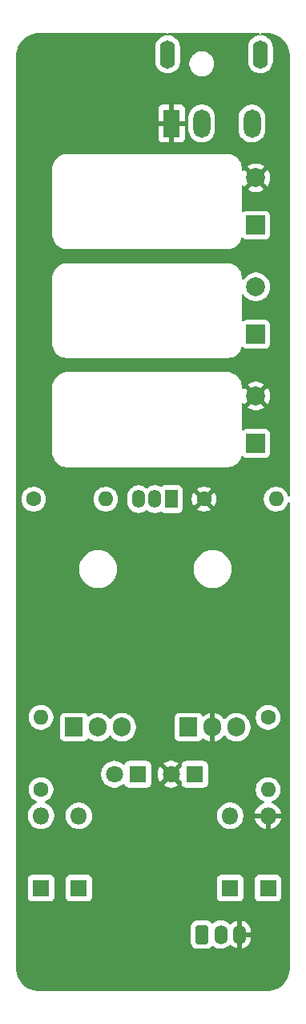
<source format=gbr>
%TF.GenerationSoftware,KiCad,Pcbnew,9.0.1*%
%TF.CreationDate,2025-05-19T14:39:27+10:00*%
%TF.ProjectId,Power,506f7765-722e-46b6-9963-61645f706362,rev?*%
%TF.SameCoordinates,Original*%
%TF.FileFunction,Copper,L4,Bot*%
%TF.FilePolarity,Positive*%
%FSLAX46Y46*%
G04 Gerber Fmt 4.6, Leading zero omitted, Abs format (unit mm)*
G04 Created by KiCad (PCBNEW 9.0.1) date 2025-05-19 14:39:27*
%MOMM*%
%LPD*%
G01*
G04 APERTURE LIST*
G04 Aperture macros list*
%AMRoundRect*
0 Rectangle with rounded corners*
0 $1 Rounding radius*
0 $2 $3 $4 $5 $6 $7 $8 $9 X,Y pos of 4 corners*
0 Add a 4 corners polygon primitive as box body*
4,1,4,$2,$3,$4,$5,$6,$7,$8,$9,$2,$3,0*
0 Add four circle primitives for the rounded corners*
1,1,$1+$1,$2,$3*
1,1,$1+$1,$4,$5*
1,1,$1+$1,$6,$7*
1,1,$1+$1,$8,$9*
0 Add four rect primitives between the rounded corners*
20,1,$1+$1,$2,$3,$4,$5,0*
20,1,$1+$1,$4,$5,$6,$7,0*
20,1,$1+$1,$6,$7,$8,$9,0*
20,1,$1+$1,$8,$9,$2,$3,0*%
G04 Aperture macros list end*
%TA.AperFunction,ComponentPad*%
%ADD10O,1.400000X2.000000*%
%TD*%
%TA.AperFunction,ComponentPad*%
%ADD11RoundRect,0.291666X-0.408334X-0.708334X0.408334X-0.708334X0.408334X0.708334X-0.408334X0.708334X0*%
%TD*%
%TA.AperFunction,ComponentPad*%
%ADD12R,2.000000X2.000000*%
%TD*%
%TA.AperFunction,ComponentPad*%
%ADD13C,2.000000*%
%TD*%
%TA.AperFunction,ComponentPad*%
%ADD14R,1.905000X2.000000*%
%TD*%
%TA.AperFunction,ComponentPad*%
%ADD15O,1.905000X2.000000*%
%TD*%
%TA.AperFunction,ComponentPad*%
%ADD16R,1.800000X1.800000*%
%TD*%
%TA.AperFunction,ComponentPad*%
%ADD17C,1.800000*%
%TD*%
%TA.AperFunction,ComponentPad*%
%ADD18O,1.800000X1.800000*%
%TD*%
%TA.AperFunction,ComponentPad*%
%ADD19O,1.800000X3.000000*%
%TD*%
%TA.AperFunction,ComponentPad*%
%ADD20R,1.800000X3.000000*%
%TD*%
%TA.AperFunction,ComponentPad*%
%ADD21O,1.600000X3.000000*%
%TD*%
%TA.AperFunction,ComponentPad*%
%ADD22C,1.600000*%
%TD*%
%TA.AperFunction,ComponentPad*%
%ADD23O,1.600000X1.600000*%
%TD*%
%TA.AperFunction,ComponentPad*%
%ADD24R,1.350000X1.900000*%
%TD*%
%TA.AperFunction,ComponentPad*%
%ADD25O,1.350000X1.900000*%
%TD*%
G04 APERTURE END LIST*
D10*
%TO.P,J2,3,Pin_3*%
%TO.N,VSS*%
X124160000Y-135550000D03*
%TO.P,J2,2,Pin_2*%
%TO.N,VDD*%
X122160000Y-135550000D03*
D11*
%TO.P,J2,1,Pin_1*%
%TO.N,GND*%
X120160000Y-135550000D03*
%TD*%
D12*
%TO.P,C3,1*%
%TO.N,GND*%
X125875000Y-83760000D03*
D13*
%TO.P,C3,2*%
%TO.N,VSS*%
X125875000Y-78760000D03*
%TD*%
D14*
%TO.P,U1,A,ADJ*%
%TO.N,Net-(D1-K)*%
X106660000Y-113680000D03*
D15*
%TO.P,U1,I,VI*%
%TO.N,VDD*%
X111740000Y-113680000D03*
%TO.P,U1,O,VO*%
%TO.N,Net-(D1-A)*%
X109200000Y-113680000D03*
%TD*%
D16*
%TO.P,C4,1*%
%TO.N,VDD*%
X113409999Y-118640000D03*
D17*
%TO.P,C4,2*%
%TO.N,Net-(D2-A)*%
X110910001Y-118640000D03*
%TD*%
D16*
%TO.P,C5,1*%
%TO.N,Net-(D1-K)*%
X119409999Y-118640000D03*
D17*
%TO.P,C5,2*%
%TO.N,VSS*%
X116910001Y-118640000D03*
%TD*%
D13*
%TO.P,C1,2*%
%TO.N,VSS*%
X125875000Y-55760000D03*
D12*
%TO.P,C1,1*%
%TO.N,VDD*%
X125875000Y-60760000D03*
%TD*%
D16*
%TO.P,D2,1,K*%
%TO.N,Net-(D2-K)*%
X123160000Y-130640000D03*
D18*
%TO.P,D2,2,A*%
%TO.N,Net-(D2-A)*%
X123160000Y-123020000D03*
%TD*%
D16*
%TO.P,D4,1,K*%
%TO.N,GND*%
X127160000Y-130640000D03*
D18*
%TO.P,D4,2,A*%
%TO.N,VSS*%
X127160000Y-123020000D03*
%TD*%
D19*
%TO.P,J1,1*%
%TO.N,VDD*%
X125460001Y-50040000D03*
D20*
%TO.P,J1,2*%
%TO.N,VSS*%
X116960000Y-50040000D03*
D19*
%TO.P,J1,3*%
%TO.N,unconnected-(J1-Pad3)*%
X120160000Y-50040000D03*
D21*
%TO.P,J1,SH,MountPin*%
%TO.N,GND*%
X126360000Y-42740000D03*
X116560000Y-42740000D03*
%TD*%
D22*
%TO.P,R3,1*%
%TO.N,GND*%
X103160000Y-120260000D03*
D23*
%TO.P,R3,2*%
%TO.N,Net-(D1-A)*%
X103160000Y-112640000D03*
%TD*%
D13*
%TO.P,C2,2*%
%TO.N,GND*%
X125875000Y-67260000D03*
D12*
%TO.P,C2,1*%
%TO.N,VDD*%
X125875000Y-72260000D03*
%TD*%
D22*
%TO.P,R2,1*%
%TO.N,VSS*%
X120390000Y-89640000D03*
D23*
%TO.P,R2,2*%
%TO.N,Net-(D1-K)*%
X128010000Y-89640000D03*
%TD*%
D24*
%TO.P,U3,1*%
%TO.N,Net-(D1-K)*%
X116970001Y-89640000D03*
D25*
%TO.P,U3,2*%
%TO.N,Net-(D2-A)*%
X115200001Y-89640000D03*
%TO.P,U3,3*%
%TO.N,unconnected-(U3-Pad3)*%
X113470001Y-89640000D03*
%TD*%
D22*
%TO.P,R1,1*%
%TO.N,Net-(D2-A)*%
X102390000Y-89640000D03*
D23*
%TO.P,R1,2*%
%TO.N,VDD*%
X110010000Y-89640000D03*
%TD*%
D22*
%TO.P,R4,1*%
%TO.N,Net-(D2-K)*%
X127160000Y-112640000D03*
D23*
%TO.P,R4,2*%
%TO.N,GND*%
X127160000Y-120260000D03*
%TD*%
D14*
%TO.P,U2,A,ADJ*%
%TO.N,Net-(D2-A)*%
X118760002Y-113680000D03*
D15*
%TO.P,U2,I,VI*%
%TO.N,VSS*%
X121300002Y-113680000D03*
%TO.P,U2,O,VO*%
%TO.N,Net-(D2-K)*%
X123840002Y-113680000D03*
%TD*%
D16*
%TO.P,D3,1,K*%
%TO.N,VDD*%
X103160000Y-130640000D03*
D18*
%TO.P,D3,2,A*%
%TO.N,GND*%
X103160000Y-123020000D03*
%TD*%
D16*
%TO.P,D1,1,K*%
%TO.N,Net-(D1-K)*%
X107160000Y-130640000D03*
D18*
%TO.P,D1,2,A*%
%TO.N,Net-(D1-A)*%
X107160000Y-123020000D03*
%TD*%
%TA.AperFunction,Conductor*%
%TO.N,VSS*%
G36*
X116458108Y-40520185D02*
G01*
X116503863Y-40572989D01*
X116513807Y-40642147D01*
X116484782Y-40705703D01*
X116426004Y-40743477D01*
X116410469Y-40746972D01*
X116393429Y-40749671D01*
X116255465Y-40771522D01*
X116060776Y-40834781D01*
X115878386Y-40927715D01*
X115712786Y-41048028D01*
X115568028Y-41192786D01*
X115447715Y-41358386D01*
X115354781Y-41540776D01*
X115291522Y-41735465D01*
X115259500Y-41937648D01*
X115259500Y-43542351D01*
X115291522Y-43744534D01*
X115354781Y-43939223D01*
X115447715Y-44121613D01*
X115568028Y-44287213D01*
X115712786Y-44431971D01*
X115867749Y-44544556D01*
X115878390Y-44552287D01*
X115994607Y-44611503D01*
X116060776Y-44645218D01*
X116060778Y-44645218D01*
X116060781Y-44645220D01*
X116165137Y-44679127D01*
X116255465Y-44708477D01*
X116356557Y-44724488D01*
X116457648Y-44740500D01*
X116457649Y-44740500D01*
X116662351Y-44740500D01*
X116662352Y-44740500D01*
X116864534Y-44708477D01*
X117059219Y-44645220D01*
X117241610Y-44552287D01*
X117334590Y-44484732D01*
X117407213Y-44431971D01*
X117407215Y-44431968D01*
X117407219Y-44431966D01*
X117551966Y-44287219D01*
X117551968Y-44287215D01*
X117551971Y-44287213D01*
X117604732Y-44214590D01*
X117672287Y-44121610D01*
X117765220Y-43939219D01*
X117828477Y-43744534D01*
X117845593Y-43636468D01*
X118844500Y-43636468D01*
X118844500Y-43843531D01*
X118876892Y-44048048D01*
X118940876Y-44244974D01*
X118940877Y-44244977D01*
X118962398Y-44287213D01*
X119034883Y-44429472D01*
X119156593Y-44596991D01*
X119303009Y-44743407D01*
X119470528Y-44865117D01*
X119561017Y-44911223D01*
X119655022Y-44959122D01*
X119655025Y-44959123D01*
X119753488Y-44991115D01*
X119851953Y-45023108D01*
X120056468Y-45055500D01*
X120056469Y-45055500D01*
X120263531Y-45055500D01*
X120263532Y-45055500D01*
X120468047Y-45023108D01*
X120664977Y-44959122D01*
X120849472Y-44865117D01*
X121016991Y-44743407D01*
X121163407Y-44596991D01*
X121285117Y-44429472D01*
X121379122Y-44244977D01*
X121443108Y-44048047D01*
X121475500Y-43843532D01*
X121475500Y-43636468D01*
X121443108Y-43431953D01*
X121379122Y-43235023D01*
X121379122Y-43235022D01*
X121285116Y-43050527D01*
X121163407Y-42883009D01*
X121016991Y-42736593D01*
X120849472Y-42614883D01*
X120664977Y-42520877D01*
X120664974Y-42520876D01*
X120468048Y-42456892D01*
X120365789Y-42440696D01*
X120263532Y-42424500D01*
X120056468Y-42424500D01*
X119988296Y-42435297D01*
X119851951Y-42456892D01*
X119655025Y-42520876D01*
X119655022Y-42520877D01*
X119470527Y-42614883D01*
X119374951Y-42684323D01*
X119303009Y-42736593D01*
X119303007Y-42736595D01*
X119303006Y-42736595D01*
X119156595Y-42883006D01*
X119156595Y-42883007D01*
X119156593Y-42883009D01*
X119119467Y-42934108D01*
X119034883Y-43050527D01*
X118940877Y-43235022D01*
X118940876Y-43235025D01*
X118876892Y-43431951D01*
X118844500Y-43636468D01*
X117845593Y-43636468D01*
X117860500Y-43542352D01*
X117860500Y-41937648D01*
X117843767Y-41832004D01*
X117828477Y-41735465D01*
X117780088Y-41586540D01*
X117765220Y-41540781D01*
X117765218Y-41540778D01*
X117765218Y-41540776D01*
X117731503Y-41474607D01*
X117672287Y-41358390D01*
X117664556Y-41347749D01*
X117551971Y-41192786D01*
X117407213Y-41048028D01*
X117241613Y-40927715D01*
X117241612Y-40927714D01*
X117241610Y-40927713D01*
X117184653Y-40898691D01*
X117059223Y-40834781D01*
X116864534Y-40771522D01*
X116728931Y-40750045D01*
X116709532Y-40746972D01*
X116646398Y-40717044D01*
X116609467Y-40657732D01*
X116610465Y-40587870D01*
X116649075Y-40529637D01*
X116713038Y-40501523D01*
X116728931Y-40500500D01*
X126191069Y-40500500D01*
X126258108Y-40520185D01*
X126303863Y-40572989D01*
X126313807Y-40642147D01*
X126284782Y-40705703D01*
X126226004Y-40743477D01*
X126210469Y-40746972D01*
X126193429Y-40749671D01*
X126055465Y-40771522D01*
X125860776Y-40834781D01*
X125678386Y-40927715D01*
X125512786Y-41048028D01*
X125368028Y-41192786D01*
X125247715Y-41358386D01*
X125154781Y-41540776D01*
X125091522Y-41735465D01*
X125059500Y-41937648D01*
X125059500Y-43542351D01*
X125091522Y-43744534D01*
X125154781Y-43939223D01*
X125247715Y-44121613D01*
X125368028Y-44287213D01*
X125512786Y-44431971D01*
X125667749Y-44544556D01*
X125678390Y-44552287D01*
X125794607Y-44611503D01*
X125860776Y-44645218D01*
X125860778Y-44645218D01*
X125860781Y-44645220D01*
X125965137Y-44679127D01*
X126055465Y-44708477D01*
X126156557Y-44724488D01*
X126257648Y-44740500D01*
X126257649Y-44740500D01*
X126462351Y-44740500D01*
X126462352Y-44740500D01*
X126664534Y-44708477D01*
X126859219Y-44645220D01*
X127041610Y-44552287D01*
X127134590Y-44484732D01*
X127207213Y-44431971D01*
X127207215Y-44431968D01*
X127207219Y-44431966D01*
X127351966Y-44287219D01*
X127351968Y-44287215D01*
X127351971Y-44287213D01*
X127404732Y-44214590D01*
X127472287Y-44121610D01*
X127565220Y-43939219D01*
X127628477Y-43744534D01*
X127660500Y-43542352D01*
X127660500Y-41937648D01*
X127643767Y-41832004D01*
X127628477Y-41735465D01*
X127580088Y-41586540D01*
X127565220Y-41540781D01*
X127565218Y-41540778D01*
X127565218Y-41540776D01*
X127531503Y-41474607D01*
X127472287Y-41358390D01*
X127464556Y-41347749D01*
X127351971Y-41192786D01*
X127207213Y-41048028D01*
X127041613Y-40927715D01*
X127041612Y-40927714D01*
X127041610Y-40927713D01*
X126984653Y-40898691D01*
X126859223Y-40834781D01*
X126664534Y-40771522D01*
X126528931Y-40750045D01*
X126509532Y-40746972D01*
X126446398Y-40717044D01*
X126409467Y-40657732D01*
X126410465Y-40587870D01*
X126449075Y-40529637D01*
X126513038Y-40501523D01*
X126528931Y-40500500D01*
X126934108Y-40500500D01*
X126996249Y-40500500D01*
X127003736Y-40500726D01*
X127293796Y-40518271D01*
X127308657Y-40520075D01*
X127590798Y-40571780D01*
X127605335Y-40575363D01*
X127879172Y-40660695D01*
X127893163Y-40666000D01*
X128154743Y-40783727D01*
X128167989Y-40790680D01*
X128413465Y-40939075D01*
X128425776Y-40947573D01*
X128553998Y-41048028D01*
X128651573Y-41124473D01*
X128662781Y-41134403D01*
X128865596Y-41337218D01*
X128875526Y-41348426D01*
X129026226Y-41540781D01*
X129052422Y-41574217D01*
X129060928Y-41586540D01*
X129209316Y-41832004D01*
X129216275Y-41845263D01*
X129333997Y-42106831D01*
X129339306Y-42120832D01*
X129424635Y-42394663D01*
X129428219Y-42409201D01*
X129479923Y-42691340D01*
X129481728Y-42706205D01*
X129499274Y-42996263D01*
X129499500Y-43003750D01*
X129499500Y-89232798D01*
X129479815Y-89299837D01*
X129427011Y-89345592D01*
X129357853Y-89355536D01*
X129294297Y-89326511D01*
X129257569Y-89271117D01*
X129240220Y-89217723D01*
X129215220Y-89140781D01*
X129215218Y-89140778D01*
X129215218Y-89140776D01*
X129122419Y-88958650D01*
X129122287Y-88958390D01*
X129090092Y-88914077D01*
X129001971Y-88792786D01*
X128857213Y-88648028D01*
X128691613Y-88527715D01*
X128691612Y-88527714D01*
X128691610Y-88527713D01*
X128634653Y-88498691D01*
X128509223Y-88434781D01*
X128314534Y-88371522D01*
X128139995Y-88343878D01*
X128112352Y-88339500D01*
X127907648Y-88339500D01*
X127883329Y-88343351D01*
X127705465Y-88371522D01*
X127510776Y-88434781D01*
X127328386Y-88527715D01*
X127162786Y-88648028D01*
X127018028Y-88792786D01*
X126897715Y-88958386D01*
X126804781Y-89140776D01*
X126741522Y-89335465D01*
X126709500Y-89537648D01*
X126709500Y-89742351D01*
X126741522Y-89944534D01*
X126804781Y-90139223D01*
X126830789Y-90190265D01*
X126897585Y-90321359D01*
X126897715Y-90321613D01*
X127018028Y-90487213D01*
X127162786Y-90631971D01*
X127283226Y-90719474D01*
X127328390Y-90752287D01*
X127422207Y-90800089D01*
X127510776Y-90845218D01*
X127510778Y-90845218D01*
X127510781Y-90845220D01*
X127615137Y-90879127D01*
X127705465Y-90908477D01*
X127806557Y-90924488D01*
X127907648Y-90940500D01*
X127907649Y-90940500D01*
X128112351Y-90940500D01*
X128112352Y-90940500D01*
X128314534Y-90908477D01*
X128509219Y-90845220D01*
X128691610Y-90752287D01*
X128849089Y-90637873D01*
X128857213Y-90631971D01*
X128857215Y-90631968D01*
X128857219Y-90631966D01*
X129001966Y-90487219D01*
X129001968Y-90487215D01*
X129001971Y-90487213D01*
X129089867Y-90366232D01*
X129122287Y-90321610D01*
X129215220Y-90139219D01*
X129257569Y-90008881D01*
X129297007Y-89951207D01*
X129361366Y-89924009D01*
X129430212Y-89935924D01*
X129481688Y-89983168D01*
X129499500Y-90047201D01*
X129499500Y-138996249D01*
X129499274Y-139003736D01*
X129481728Y-139293794D01*
X129479923Y-139308659D01*
X129428219Y-139590798D01*
X129424635Y-139605336D01*
X129339306Y-139879167D01*
X129333997Y-139893168D01*
X129216275Y-140154736D01*
X129209316Y-140167995D01*
X129060928Y-140413459D01*
X129052422Y-140425782D01*
X128875526Y-140651573D01*
X128865596Y-140662781D01*
X128662781Y-140865596D01*
X128651573Y-140875526D01*
X128425782Y-141052422D01*
X128413459Y-141060928D01*
X128167995Y-141209316D01*
X128154736Y-141216275D01*
X127893168Y-141333997D01*
X127879167Y-141339306D01*
X127605336Y-141424635D01*
X127590798Y-141428219D01*
X127308659Y-141479923D01*
X127293794Y-141481728D01*
X127003736Y-141499274D01*
X126996249Y-141499500D01*
X103003751Y-141499500D01*
X102996264Y-141499274D01*
X102706205Y-141481728D01*
X102691340Y-141479923D01*
X102409201Y-141428219D01*
X102394663Y-141424635D01*
X102120832Y-141339306D01*
X102106831Y-141333997D01*
X101845263Y-141216275D01*
X101832004Y-141209316D01*
X101586540Y-141060928D01*
X101574217Y-141052422D01*
X101348426Y-140875526D01*
X101337218Y-140865596D01*
X101134403Y-140662781D01*
X101124473Y-140651573D01*
X100947573Y-140425776D01*
X100939075Y-140413465D01*
X100790680Y-140167989D01*
X100783727Y-140154743D01*
X100666000Y-139893163D01*
X100660693Y-139879167D01*
X100575364Y-139605336D01*
X100571780Y-139590798D01*
X100520076Y-139308659D01*
X100518271Y-139293794D01*
X100500726Y-139003736D01*
X100500500Y-138996249D01*
X100500500Y-134797176D01*
X118959500Y-134797176D01*
X118959500Y-136302818D01*
X118959501Y-136302822D01*
X118974474Y-136435720D01*
X119033433Y-136604218D01*
X119128203Y-136755042D01*
X119128407Y-136755366D01*
X119254634Y-136881593D01*
X119405783Y-136976567D01*
X119490030Y-137006046D01*
X119574279Y-137035526D01*
X119659271Y-137045101D01*
X119707183Y-137050500D01*
X120612816Y-137050499D01*
X120612818Y-137050499D01*
X120612819Y-137050498D01*
X120745723Y-137035525D01*
X120914217Y-136976567D01*
X121065366Y-136881593D01*
X121191593Y-136755366D01*
X121191593Y-136755365D01*
X121191917Y-136755042D01*
X121253240Y-136721557D01*
X121322932Y-136726541D01*
X121367279Y-136755042D01*
X121377927Y-136765690D01*
X121530801Y-136876760D01*
X121610347Y-136917290D01*
X121699163Y-136962545D01*
X121699165Y-136962545D01*
X121699168Y-136962547D01*
X121742314Y-136976566D01*
X121878881Y-137020940D01*
X122065514Y-137050500D01*
X122065519Y-137050500D01*
X122254486Y-137050500D01*
X122441118Y-137020940D01*
X122442623Y-137020451D01*
X122620832Y-136962547D01*
X122789199Y-136876760D01*
X122942073Y-136765690D01*
X123072672Y-136635091D01*
X123133995Y-136601606D01*
X123203687Y-136606590D01*
X123248034Y-136635091D01*
X123378253Y-136765310D01*
X123378258Y-136765314D01*
X123531059Y-136876329D01*
X123699362Y-136962085D01*
X123878997Y-137020451D01*
X123910000Y-137025362D01*
X123910000Y-135830330D01*
X123929745Y-135850075D01*
X124015255Y-135899444D01*
X124110630Y-135925000D01*
X124209370Y-135925000D01*
X124304745Y-135899444D01*
X124390255Y-135850075D01*
X124410000Y-135830330D01*
X124410000Y-137025361D01*
X124441002Y-137020451D01*
X124620637Y-136962085D01*
X124788940Y-136876329D01*
X124941741Y-136765314D01*
X124941746Y-136765310D01*
X125075310Y-136631746D01*
X125075314Y-136631741D01*
X125186329Y-136478940D01*
X125272085Y-136310637D01*
X125330451Y-136131002D01*
X125360000Y-135944447D01*
X125360000Y-135800000D01*
X124440330Y-135800000D01*
X124460075Y-135780255D01*
X124509444Y-135694745D01*
X124535000Y-135599370D01*
X124535000Y-135500630D01*
X124509444Y-135405255D01*
X124460075Y-135319745D01*
X124440330Y-135300000D01*
X125360000Y-135300000D01*
X125360000Y-135155552D01*
X125330451Y-134968997D01*
X125272085Y-134789362D01*
X125186329Y-134621059D01*
X125075314Y-134468258D01*
X125075310Y-134468253D01*
X124941746Y-134334689D01*
X124941741Y-134334685D01*
X124788940Y-134223670D01*
X124620635Y-134137913D01*
X124441004Y-134079549D01*
X124440995Y-134079547D01*
X124410000Y-134074637D01*
X124410000Y-135269670D01*
X124390255Y-135249925D01*
X124304745Y-135200556D01*
X124209370Y-135175000D01*
X124110630Y-135175000D01*
X124015255Y-135200556D01*
X123929745Y-135249925D01*
X123910000Y-135269670D01*
X123910000Y-134074637D01*
X123909999Y-134074637D01*
X123879004Y-134079547D01*
X123878995Y-134079549D01*
X123699364Y-134137913D01*
X123531059Y-134223670D01*
X123378258Y-134334685D01*
X123378253Y-134334689D01*
X123248034Y-134464909D01*
X123186711Y-134498394D01*
X123117019Y-134493410D01*
X123072672Y-134464909D01*
X122942075Y-134334312D01*
X122942073Y-134334310D01*
X122789199Y-134223240D01*
X122779712Y-134218406D01*
X122620836Y-134137454D01*
X122441118Y-134079059D01*
X122254486Y-134049500D01*
X122254481Y-134049500D01*
X122065519Y-134049500D01*
X122065514Y-134049500D01*
X121878881Y-134079059D01*
X121699163Y-134137454D01*
X121530800Y-134223240D01*
X121443579Y-134286610D01*
X121377927Y-134334310D01*
X121377925Y-134334312D01*
X121377920Y-134334315D01*
X121367272Y-134344963D01*
X121305946Y-134378444D01*
X121236255Y-134373455D01*
X121191916Y-134344957D01*
X121065365Y-134218406D01*
X120914218Y-134123433D01*
X120745720Y-134064473D01*
X120612821Y-134049500D01*
X119707181Y-134049500D01*
X119707177Y-134049501D01*
X119574279Y-134064474D01*
X119405781Y-134123433D01*
X119254634Y-134218406D01*
X119128406Y-134344634D01*
X119033433Y-134495781D01*
X118974473Y-134664279D01*
X118959500Y-134797176D01*
X100500500Y-134797176D01*
X100500500Y-129692135D01*
X101759500Y-129692135D01*
X101759500Y-131587870D01*
X101759501Y-131587876D01*
X101765908Y-131647483D01*
X101816202Y-131782328D01*
X101816206Y-131782335D01*
X101902452Y-131897544D01*
X101902455Y-131897547D01*
X102017664Y-131983793D01*
X102017671Y-131983797D01*
X102152517Y-132034091D01*
X102152516Y-132034091D01*
X102159444Y-132034835D01*
X102212127Y-132040500D01*
X104107872Y-132040499D01*
X104167483Y-132034091D01*
X104302331Y-131983796D01*
X104417546Y-131897546D01*
X104503796Y-131782331D01*
X104554091Y-131647483D01*
X104560500Y-131587873D01*
X104560499Y-129692135D01*
X105759500Y-129692135D01*
X105759500Y-131587870D01*
X105759501Y-131587876D01*
X105765908Y-131647483D01*
X105816202Y-131782328D01*
X105816206Y-131782335D01*
X105902452Y-131897544D01*
X105902455Y-131897547D01*
X106017664Y-131983793D01*
X106017671Y-131983797D01*
X106152517Y-132034091D01*
X106152516Y-132034091D01*
X106159444Y-132034835D01*
X106212127Y-132040500D01*
X108107872Y-132040499D01*
X108167483Y-132034091D01*
X108302331Y-131983796D01*
X108417546Y-131897546D01*
X108503796Y-131782331D01*
X108554091Y-131647483D01*
X108560500Y-131587873D01*
X108560499Y-129692135D01*
X121759500Y-129692135D01*
X121759500Y-131587870D01*
X121759501Y-131587876D01*
X121765908Y-131647483D01*
X121816202Y-131782328D01*
X121816206Y-131782335D01*
X121902452Y-131897544D01*
X121902455Y-131897547D01*
X122017664Y-131983793D01*
X122017671Y-131983797D01*
X122152517Y-132034091D01*
X122152516Y-132034091D01*
X122159444Y-132034835D01*
X122212127Y-132040500D01*
X124107872Y-132040499D01*
X124167483Y-132034091D01*
X124302331Y-131983796D01*
X124417546Y-131897546D01*
X124503796Y-131782331D01*
X124554091Y-131647483D01*
X124560500Y-131587873D01*
X124560499Y-129692135D01*
X125759500Y-129692135D01*
X125759500Y-131587870D01*
X125759501Y-131587876D01*
X125765908Y-131647483D01*
X125816202Y-131782328D01*
X125816206Y-131782335D01*
X125902452Y-131897544D01*
X125902455Y-131897547D01*
X126017664Y-131983793D01*
X126017671Y-131983797D01*
X126152517Y-132034091D01*
X126152516Y-132034091D01*
X126159444Y-132034835D01*
X126212127Y-132040500D01*
X128107872Y-132040499D01*
X128167483Y-132034091D01*
X128302331Y-131983796D01*
X128417546Y-131897546D01*
X128503796Y-131782331D01*
X128554091Y-131647483D01*
X128560500Y-131587873D01*
X128560499Y-129692128D01*
X128554091Y-129632517D01*
X128503796Y-129497669D01*
X128503795Y-129497668D01*
X128503793Y-129497664D01*
X128417547Y-129382455D01*
X128417544Y-129382452D01*
X128302335Y-129296206D01*
X128302328Y-129296202D01*
X128167482Y-129245908D01*
X128167483Y-129245908D01*
X128107883Y-129239501D01*
X128107881Y-129239500D01*
X128107873Y-129239500D01*
X128107864Y-129239500D01*
X126212129Y-129239500D01*
X126212123Y-129239501D01*
X126152516Y-129245908D01*
X126017671Y-129296202D01*
X126017664Y-129296206D01*
X125902455Y-129382452D01*
X125902452Y-129382455D01*
X125816206Y-129497664D01*
X125816202Y-129497671D01*
X125765908Y-129632517D01*
X125759501Y-129692116D01*
X125759501Y-129692123D01*
X125759500Y-129692135D01*
X124560499Y-129692135D01*
X124560499Y-129692128D01*
X124554091Y-129632517D01*
X124503796Y-129497669D01*
X124503795Y-129497668D01*
X124503793Y-129497664D01*
X124417547Y-129382455D01*
X124417544Y-129382452D01*
X124302335Y-129296206D01*
X124302328Y-129296202D01*
X124167482Y-129245908D01*
X124167483Y-129245908D01*
X124107883Y-129239501D01*
X124107881Y-129239500D01*
X124107873Y-129239500D01*
X124107864Y-129239500D01*
X122212129Y-129239500D01*
X122212123Y-129239501D01*
X122152516Y-129245908D01*
X122017671Y-129296202D01*
X122017664Y-129296206D01*
X121902455Y-129382452D01*
X121902452Y-129382455D01*
X121816206Y-129497664D01*
X121816202Y-129497671D01*
X121765908Y-129632517D01*
X121759501Y-129692116D01*
X121759501Y-129692123D01*
X121759500Y-129692135D01*
X108560499Y-129692135D01*
X108560499Y-129692128D01*
X108554091Y-129632517D01*
X108503796Y-129497669D01*
X108503795Y-129497668D01*
X108503793Y-129497664D01*
X108417547Y-129382455D01*
X108417544Y-129382452D01*
X108302335Y-129296206D01*
X108302328Y-129296202D01*
X108167482Y-129245908D01*
X108167483Y-129245908D01*
X108107883Y-129239501D01*
X108107881Y-129239500D01*
X108107873Y-129239500D01*
X108107864Y-129239500D01*
X106212129Y-129239500D01*
X106212123Y-129239501D01*
X106152516Y-129245908D01*
X106017671Y-129296202D01*
X106017664Y-129296206D01*
X105902455Y-129382452D01*
X105902452Y-129382455D01*
X105816206Y-129497664D01*
X105816202Y-129497671D01*
X105765908Y-129632517D01*
X105759501Y-129692116D01*
X105759501Y-129692123D01*
X105759500Y-129692135D01*
X104560499Y-129692135D01*
X104560499Y-129692128D01*
X104554091Y-129632517D01*
X104503796Y-129497669D01*
X104503795Y-129497668D01*
X104503793Y-129497664D01*
X104417547Y-129382455D01*
X104417544Y-129382452D01*
X104302335Y-129296206D01*
X104302328Y-129296202D01*
X104167482Y-129245908D01*
X104167483Y-129245908D01*
X104107883Y-129239501D01*
X104107881Y-129239500D01*
X104107873Y-129239500D01*
X104107864Y-129239500D01*
X102212129Y-129239500D01*
X102212123Y-129239501D01*
X102152516Y-129245908D01*
X102017671Y-129296202D01*
X102017664Y-129296206D01*
X101902455Y-129382452D01*
X101902452Y-129382455D01*
X101816206Y-129497664D01*
X101816202Y-129497671D01*
X101765908Y-129632517D01*
X101759501Y-129692116D01*
X101759501Y-129692123D01*
X101759500Y-129692135D01*
X100500500Y-129692135D01*
X100500500Y-122909778D01*
X101759500Y-122909778D01*
X101759500Y-123130221D01*
X101793985Y-123347952D01*
X101862103Y-123557603D01*
X101862104Y-123557606D01*
X101962187Y-123754025D01*
X102091752Y-123932358D01*
X102091756Y-123932363D01*
X102247636Y-124088243D01*
X102247641Y-124088247D01*
X102403192Y-124201260D01*
X102425978Y-124217815D01*
X102554375Y-124283237D01*
X102622393Y-124317895D01*
X102622396Y-124317896D01*
X102727221Y-124351955D01*
X102832049Y-124386015D01*
X103049778Y-124420500D01*
X103049779Y-124420500D01*
X103270221Y-124420500D01*
X103270222Y-124420500D01*
X103487951Y-124386015D01*
X103697606Y-124317895D01*
X103894022Y-124217815D01*
X104072365Y-124088242D01*
X104228242Y-123932365D01*
X104357815Y-123754022D01*
X104457895Y-123557606D01*
X104526015Y-123347951D01*
X104560500Y-123130222D01*
X104560500Y-122909778D01*
X105759500Y-122909778D01*
X105759500Y-123130221D01*
X105793985Y-123347952D01*
X105862103Y-123557603D01*
X105862104Y-123557606D01*
X105962187Y-123754025D01*
X106091752Y-123932358D01*
X106091756Y-123932363D01*
X106247636Y-124088243D01*
X106247641Y-124088247D01*
X106403192Y-124201260D01*
X106425978Y-124217815D01*
X106554375Y-124283237D01*
X106622393Y-124317895D01*
X106622396Y-124317896D01*
X106727221Y-124351955D01*
X106832049Y-124386015D01*
X107049778Y-124420500D01*
X107049779Y-124420500D01*
X107270221Y-124420500D01*
X107270222Y-124420500D01*
X107487951Y-124386015D01*
X107697606Y-124317895D01*
X107894022Y-124217815D01*
X108072365Y-124088242D01*
X108228242Y-123932365D01*
X108357815Y-123754022D01*
X108457895Y-123557606D01*
X108526015Y-123347951D01*
X108560500Y-123130222D01*
X108560500Y-122909778D01*
X121759500Y-122909778D01*
X121759500Y-123130221D01*
X121793985Y-123347952D01*
X121862103Y-123557603D01*
X121862104Y-123557606D01*
X121962187Y-123754025D01*
X122091752Y-123932358D01*
X122091756Y-123932363D01*
X122247636Y-124088243D01*
X122247641Y-124088247D01*
X122403192Y-124201260D01*
X122425978Y-124217815D01*
X122554375Y-124283237D01*
X122622393Y-124317895D01*
X122622396Y-124317896D01*
X122727221Y-124351955D01*
X122832049Y-124386015D01*
X123049778Y-124420500D01*
X123049779Y-124420500D01*
X123270221Y-124420500D01*
X123270222Y-124420500D01*
X123487951Y-124386015D01*
X123697606Y-124317895D01*
X123894022Y-124217815D01*
X124072365Y-124088242D01*
X124228242Y-123932365D01*
X124357815Y-123754022D01*
X124457895Y-123557606D01*
X124526015Y-123347951D01*
X124560500Y-123130222D01*
X124560500Y-122909778D01*
X124538361Y-122770000D01*
X125782145Y-122770000D01*
X126784722Y-122770000D01*
X126740667Y-122846306D01*
X126710000Y-122960756D01*
X126710000Y-123079244D01*
X126740667Y-123193694D01*
X126784722Y-123270000D01*
X125782145Y-123270000D01*
X125794473Y-123347835D01*
X125794473Y-123347838D01*
X125862567Y-123557410D01*
X125962613Y-123753760D01*
X126092142Y-123932041D01*
X126247958Y-124087857D01*
X126426239Y-124217386D01*
X126622589Y-124317432D01*
X126832163Y-124385526D01*
X126909999Y-124397854D01*
X126910000Y-124397854D01*
X126910000Y-123395277D01*
X126986306Y-123439333D01*
X127100756Y-123470000D01*
X127219244Y-123470000D01*
X127333694Y-123439333D01*
X127410000Y-123395277D01*
X127410000Y-124397854D01*
X127487834Y-124385526D01*
X127487837Y-124385526D01*
X127697410Y-124317432D01*
X127893760Y-124217386D01*
X128072041Y-124087857D01*
X128227857Y-123932041D01*
X128357386Y-123753760D01*
X128457432Y-123557410D01*
X128525526Y-123347838D01*
X128525526Y-123347835D01*
X128537855Y-123270000D01*
X127535278Y-123270000D01*
X127579333Y-123193694D01*
X127610000Y-123079244D01*
X127610000Y-122960756D01*
X127579333Y-122846306D01*
X127535278Y-122770000D01*
X128537855Y-122770000D01*
X128525526Y-122692164D01*
X128525526Y-122692161D01*
X128457432Y-122482589D01*
X128357386Y-122286239D01*
X128227857Y-122107958D01*
X128072041Y-121952142D01*
X127893760Y-121822613D01*
X127697410Y-121722567D01*
X127645251Y-121705620D01*
X127587576Y-121666183D01*
X127560377Y-121601824D01*
X127572291Y-121532978D01*
X127619535Y-121481502D01*
X127645252Y-121469758D01*
X127659219Y-121465220D01*
X127841610Y-121372287D01*
X127934590Y-121304732D01*
X128007213Y-121251971D01*
X128007215Y-121251968D01*
X128007219Y-121251966D01*
X128151966Y-121107219D01*
X128151968Y-121107215D01*
X128151971Y-121107213D01*
X128204732Y-121034590D01*
X128272287Y-120941610D01*
X128365220Y-120759219D01*
X128428477Y-120564534D01*
X128460500Y-120362352D01*
X128460500Y-120157648D01*
X128428477Y-119955466D01*
X128422617Y-119937432D01*
X128365218Y-119760776D01*
X128310670Y-119653721D01*
X128272287Y-119578390D01*
X128253379Y-119552365D01*
X128151971Y-119412786D01*
X128007213Y-119268028D01*
X127841613Y-119147715D01*
X127841612Y-119147714D01*
X127841610Y-119147713D01*
X127784653Y-119118691D01*
X127659223Y-119054781D01*
X127464534Y-118991522D01*
X127289995Y-118963878D01*
X127262352Y-118959500D01*
X127057648Y-118959500D01*
X127033329Y-118963351D01*
X126855465Y-118991522D01*
X126660776Y-119054781D01*
X126478386Y-119147715D01*
X126312786Y-119268028D01*
X126168028Y-119412786D01*
X126047715Y-119578386D01*
X125954781Y-119760776D01*
X125891522Y-119955465D01*
X125859500Y-120157648D01*
X125859500Y-120362351D01*
X125891522Y-120564534D01*
X125954781Y-120759223D01*
X126047715Y-120941613D01*
X126168028Y-121107213D01*
X126312786Y-121251971D01*
X126467749Y-121364556D01*
X126478390Y-121372287D01*
X126594607Y-121431503D01*
X126660776Y-121465218D01*
X126660778Y-121465218D01*
X126660781Y-121465220D01*
X126674750Y-121469758D01*
X126732424Y-121509196D01*
X126759622Y-121573555D01*
X126747707Y-121642401D01*
X126700462Y-121693877D01*
X126674748Y-121705620D01*
X126622589Y-121722567D01*
X126426239Y-121822613D01*
X126247958Y-121952142D01*
X126092142Y-122107958D01*
X125962613Y-122286239D01*
X125862567Y-122482589D01*
X125794473Y-122692161D01*
X125794473Y-122692164D01*
X125782145Y-122770000D01*
X124538361Y-122770000D01*
X124526015Y-122692049D01*
X124491955Y-122587221D01*
X124457896Y-122482396D01*
X124457895Y-122482393D01*
X124423237Y-122414375D01*
X124357815Y-122285978D01*
X124228477Y-122107958D01*
X124228247Y-122107641D01*
X124228243Y-122107636D01*
X124072363Y-121951756D01*
X124072358Y-121951752D01*
X123894025Y-121822187D01*
X123894024Y-121822186D01*
X123894022Y-121822185D01*
X123831096Y-121790122D01*
X123697606Y-121722104D01*
X123697603Y-121722103D01*
X123487952Y-121653985D01*
X123379086Y-121636742D01*
X123270222Y-121619500D01*
X123049778Y-121619500D01*
X122977201Y-121630995D01*
X122832047Y-121653985D01*
X122622396Y-121722103D01*
X122622393Y-121722104D01*
X122425974Y-121822187D01*
X122247641Y-121951752D01*
X122247636Y-121951756D01*
X122091756Y-122107636D01*
X122091752Y-122107641D01*
X121962187Y-122285974D01*
X121862104Y-122482393D01*
X121862103Y-122482396D01*
X121793985Y-122692047D01*
X121759500Y-122909778D01*
X108560500Y-122909778D01*
X108526015Y-122692049D01*
X108491955Y-122587221D01*
X108457896Y-122482396D01*
X108457895Y-122482393D01*
X108423237Y-122414375D01*
X108357815Y-122285978D01*
X108228477Y-122107958D01*
X108228247Y-122107641D01*
X108228243Y-122107636D01*
X108072363Y-121951756D01*
X108072358Y-121951752D01*
X107894025Y-121822187D01*
X107894024Y-121822186D01*
X107894022Y-121822185D01*
X107831096Y-121790122D01*
X107697606Y-121722104D01*
X107697603Y-121722103D01*
X107487952Y-121653985D01*
X107379086Y-121636742D01*
X107270222Y-121619500D01*
X107049778Y-121619500D01*
X106977201Y-121630995D01*
X106832047Y-121653985D01*
X106622396Y-121722103D01*
X106622393Y-121722104D01*
X106425974Y-121822187D01*
X106247641Y-121951752D01*
X106247636Y-121951756D01*
X106091756Y-122107636D01*
X106091752Y-122107641D01*
X105962187Y-122285974D01*
X105862104Y-122482393D01*
X105862103Y-122482396D01*
X105793985Y-122692047D01*
X105759500Y-122909778D01*
X104560500Y-122909778D01*
X104526015Y-122692049D01*
X104491955Y-122587221D01*
X104457896Y-122482396D01*
X104457895Y-122482393D01*
X104423237Y-122414375D01*
X104357815Y-122285978D01*
X104228477Y-122107958D01*
X104228247Y-122107641D01*
X104228243Y-122107636D01*
X104072363Y-121951756D01*
X104072358Y-121951752D01*
X103894025Y-121822187D01*
X103894024Y-121822186D01*
X103894022Y-121822185D01*
X103831096Y-121790122D01*
X103697606Y-121722104D01*
X103646060Y-121705356D01*
X103588385Y-121665918D01*
X103561187Y-121601559D01*
X103573102Y-121532712D01*
X103620347Y-121481237D01*
X103646056Y-121469496D01*
X103659219Y-121465220D01*
X103841610Y-121372287D01*
X103934590Y-121304732D01*
X104007213Y-121251971D01*
X104007215Y-121251968D01*
X104007219Y-121251966D01*
X104151966Y-121107219D01*
X104151968Y-121107215D01*
X104151971Y-121107213D01*
X104204732Y-121034590D01*
X104272287Y-120941610D01*
X104365220Y-120759219D01*
X104428477Y-120564534D01*
X104460500Y-120362352D01*
X104460500Y-120157648D01*
X104428477Y-119955466D01*
X104422617Y-119937432D01*
X104365218Y-119760776D01*
X104310670Y-119653721D01*
X104272287Y-119578390D01*
X104253379Y-119552365D01*
X104151971Y-119412786D01*
X104007213Y-119268028D01*
X103841613Y-119147715D01*
X103841612Y-119147714D01*
X103841610Y-119147713D01*
X103784653Y-119118691D01*
X103659223Y-119054781D01*
X103464534Y-118991522D01*
X103289995Y-118963878D01*
X103262352Y-118959500D01*
X103057648Y-118959500D01*
X103033329Y-118963351D01*
X102855465Y-118991522D01*
X102660776Y-119054781D01*
X102478386Y-119147715D01*
X102312786Y-119268028D01*
X102168028Y-119412786D01*
X102047715Y-119578386D01*
X101954781Y-119760776D01*
X101891522Y-119955465D01*
X101859500Y-120157648D01*
X101859500Y-120362351D01*
X101891522Y-120564534D01*
X101954781Y-120759223D01*
X102047715Y-120941613D01*
X102168028Y-121107213D01*
X102312786Y-121251971D01*
X102467749Y-121364556D01*
X102478390Y-121372287D01*
X102660781Y-121465220D01*
X102673935Y-121469494D01*
X102731611Y-121508928D01*
X102758811Y-121573286D01*
X102746899Y-121642133D01*
X102699657Y-121693610D01*
X102673940Y-121705355D01*
X102622401Y-121722101D01*
X102622393Y-121722104D01*
X102425974Y-121822187D01*
X102247641Y-121951752D01*
X102247636Y-121951756D01*
X102091756Y-122107636D01*
X102091752Y-122107641D01*
X101962187Y-122285974D01*
X101862104Y-122482393D01*
X101862103Y-122482396D01*
X101793985Y-122692047D01*
X101759500Y-122909778D01*
X100500500Y-122909778D01*
X100500500Y-118529778D01*
X109509501Y-118529778D01*
X109509501Y-118750221D01*
X109543986Y-118967952D01*
X109612104Y-119177603D01*
X109612105Y-119177606D01*
X109658182Y-119268034D01*
X109712050Y-119373756D01*
X109712188Y-119374025D01*
X109841753Y-119552358D01*
X109841757Y-119552363D01*
X109997637Y-119708243D01*
X109997642Y-119708247D01*
X110029722Y-119731554D01*
X110175979Y-119837815D01*
X110304376Y-119903237D01*
X110372394Y-119937895D01*
X110372397Y-119937896D01*
X110477222Y-119971955D01*
X110582050Y-120006015D01*
X110799779Y-120040500D01*
X110799780Y-120040500D01*
X111020222Y-120040500D01*
X111020223Y-120040500D01*
X111237952Y-120006015D01*
X111447607Y-119937895D01*
X111644023Y-119837815D01*
X111822366Y-119708242D01*
X111843401Y-119687206D01*
X111904721Y-119653721D01*
X111974413Y-119658704D01*
X112030348Y-119700575D01*
X112047264Y-119731554D01*
X112066201Y-119782328D01*
X112066205Y-119782335D01*
X112152451Y-119897544D01*
X112152454Y-119897547D01*
X112267663Y-119983793D01*
X112267670Y-119983797D01*
X112402516Y-120034091D01*
X112402515Y-120034091D01*
X112409443Y-120034835D01*
X112462126Y-120040500D01*
X114357871Y-120040499D01*
X114417482Y-120034091D01*
X114552330Y-119983796D01*
X114667545Y-119897546D01*
X114753795Y-119782331D01*
X114781428Y-119708243D01*
X114784326Y-119700474D01*
X114804090Y-119647482D01*
X114810499Y-119587873D01*
X114810498Y-118529818D01*
X115510001Y-118529818D01*
X115510001Y-118750181D01*
X115544474Y-118967835D01*
X115612568Y-119177410D01*
X115712612Y-119373756D01*
X115758933Y-119437513D01*
X116510001Y-118686445D01*
X116510001Y-118692661D01*
X116537260Y-118794394D01*
X116589921Y-118885606D01*
X116664395Y-118960080D01*
X116755607Y-119012741D01*
X116857340Y-119040000D01*
X116863554Y-119040000D01*
X116112486Y-119791065D01*
X116112486Y-119791066D01*
X116176244Y-119837388D01*
X116372590Y-119937432D01*
X116582165Y-120005526D01*
X116799820Y-120040000D01*
X117020182Y-120040000D01*
X117237836Y-120005526D01*
X117447411Y-119937432D01*
X117643761Y-119837386D01*
X117707514Y-119791066D01*
X117707515Y-119791066D01*
X116956448Y-119040000D01*
X116962662Y-119040000D01*
X117064395Y-119012741D01*
X117155607Y-118960080D01*
X117230081Y-118885606D01*
X117282742Y-118794394D01*
X117310001Y-118692661D01*
X117310001Y-118686447D01*
X117973180Y-119349626D01*
X118006665Y-119410949D01*
X118009499Y-119437306D01*
X118009499Y-119587869D01*
X118009500Y-119587876D01*
X118015907Y-119647483D01*
X118066201Y-119782328D01*
X118066205Y-119782335D01*
X118152451Y-119897544D01*
X118152454Y-119897547D01*
X118267663Y-119983793D01*
X118267670Y-119983797D01*
X118402516Y-120034091D01*
X118402515Y-120034091D01*
X118409443Y-120034835D01*
X118462126Y-120040500D01*
X120357871Y-120040499D01*
X120417482Y-120034091D01*
X120552330Y-119983796D01*
X120667545Y-119897546D01*
X120753795Y-119782331D01*
X120804090Y-119647483D01*
X120810499Y-119587873D01*
X120810498Y-117692128D01*
X120804090Y-117632517D01*
X120802702Y-117628796D01*
X120753796Y-117497671D01*
X120753792Y-117497664D01*
X120667546Y-117382455D01*
X120667543Y-117382452D01*
X120552334Y-117296206D01*
X120552327Y-117296202D01*
X120417481Y-117245908D01*
X120417482Y-117245908D01*
X120357882Y-117239501D01*
X120357880Y-117239500D01*
X120357872Y-117239500D01*
X120357863Y-117239500D01*
X118462128Y-117239500D01*
X118462122Y-117239501D01*
X118402515Y-117245908D01*
X118267670Y-117296202D01*
X118267663Y-117296206D01*
X118152454Y-117382452D01*
X118152451Y-117382455D01*
X118066205Y-117497664D01*
X118066201Y-117497671D01*
X118015907Y-117632517D01*
X118009500Y-117692116D01*
X118009500Y-117692123D01*
X118009499Y-117692135D01*
X118009499Y-117842693D01*
X117989814Y-117909732D01*
X117973180Y-117930374D01*
X117310001Y-118593553D01*
X117310001Y-118587339D01*
X117282742Y-118485606D01*
X117230081Y-118394394D01*
X117155607Y-118319920D01*
X117064395Y-118267259D01*
X116962662Y-118240000D01*
X116956446Y-118240000D01*
X117707514Y-117488932D01*
X117643757Y-117442611D01*
X117447411Y-117342567D01*
X117237836Y-117274473D01*
X117020182Y-117240000D01*
X116799820Y-117240000D01*
X116582165Y-117274473D01*
X116372590Y-117342567D01*
X116176234Y-117442616D01*
X116112486Y-117488931D01*
X116112486Y-117488932D01*
X116863554Y-118240000D01*
X116857340Y-118240000D01*
X116755607Y-118267259D01*
X116664395Y-118319920D01*
X116589921Y-118394394D01*
X116537260Y-118485606D01*
X116510001Y-118587339D01*
X116510001Y-118593553D01*
X115758933Y-117842485D01*
X115758932Y-117842485D01*
X115712617Y-117906233D01*
X115612568Y-118102589D01*
X115544474Y-118312164D01*
X115510001Y-118529818D01*
X114810498Y-118529818D01*
X114810498Y-117692128D01*
X114804090Y-117632517D01*
X114802702Y-117628796D01*
X114784325Y-117579524D01*
X114753796Y-117497671D01*
X114753792Y-117497664D01*
X114667546Y-117382455D01*
X114667543Y-117382452D01*
X114552334Y-117296206D01*
X114552327Y-117296202D01*
X114417481Y-117245908D01*
X114417482Y-117245908D01*
X114357882Y-117239501D01*
X114357880Y-117239500D01*
X114357872Y-117239500D01*
X114357863Y-117239500D01*
X112462128Y-117239500D01*
X112462122Y-117239501D01*
X112402515Y-117245908D01*
X112267670Y-117296202D01*
X112267663Y-117296206D01*
X112152454Y-117382452D01*
X112152451Y-117382455D01*
X112066205Y-117497664D01*
X112066202Y-117497669D01*
X112047264Y-117548446D01*
X112005392Y-117604379D01*
X111939928Y-117628796D01*
X111871655Y-117613944D01*
X111843401Y-117592793D01*
X111822364Y-117571756D01*
X111822359Y-117571752D01*
X111644026Y-117442187D01*
X111644025Y-117442186D01*
X111644023Y-117442185D01*
X111526792Y-117382452D01*
X111447607Y-117342104D01*
X111447604Y-117342103D01*
X111237953Y-117273985D01*
X111129087Y-117256742D01*
X111020223Y-117239500D01*
X110799779Y-117239500D01*
X110727202Y-117250995D01*
X110582048Y-117273985D01*
X110372397Y-117342103D01*
X110372394Y-117342104D01*
X110175975Y-117442187D01*
X109997642Y-117571752D01*
X109997637Y-117571756D01*
X109841757Y-117727636D01*
X109841753Y-117727641D01*
X109712188Y-117905974D01*
X109612105Y-118102393D01*
X109612104Y-118102396D01*
X109543986Y-118312047D01*
X109509501Y-118529778D01*
X100500500Y-118529778D01*
X100500500Y-112537648D01*
X101859500Y-112537648D01*
X101859500Y-112742351D01*
X101891522Y-112944534D01*
X101954781Y-113139223D01*
X102018691Y-113264653D01*
X102032753Y-113292250D01*
X102047715Y-113321613D01*
X102168028Y-113487213D01*
X102312786Y-113631971D01*
X102467749Y-113744556D01*
X102478390Y-113752287D01*
X102594607Y-113811503D01*
X102660776Y-113845218D01*
X102660778Y-113845218D01*
X102660781Y-113845220D01*
X102765137Y-113879127D01*
X102855465Y-113908477D01*
X102956557Y-113924488D01*
X103057648Y-113940500D01*
X103057649Y-113940500D01*
X103262351Y-113940500D01*
X103262352Y-113940500D01*
X103464534Y-113908477D01*
X103659219Y-113845220D01*
X103841610Y-113752287D01*
X103934590Y-113684732D01*
X104007213Y-113631971D01*
X104007215Y-113631968D01*
X104007219Y-113631966D01*
X104151966Y-113487219D01*
X104151968Y-113487215D01*
X104151971Y-113487213D01*
X104204732Y-113414590D01*
X104272287Y-113321610D01*
X104365220Y-113139219D01*
X104428477Y-112944534D01*
X104460500Y-112742352D01*
X104460500Y-112632135D01*
X105207000Y-112632135D01*
X105207000Y-114727870D01*
X105207001Y-114727876D01*
X105213408Y-114787483D01*
X105263702Y-114922328D01*
X105263706Y-114922335D01*
X105349952Y-115037544D01*
X105349955Y-115037547D01*
X105465164Y-115123793D01*
X105465171Y-115123797D01*
X105600017Y-115174091D01*
X105600016Y-115174091D01*
X105606944Y-115174835D01*
X105659627Y-115180500D01*
X107660372Y-115180499D01*
X107719983Y-115174091D01*
X107854831Y-115123796D01*
X107970046Y-115037546D01*
X108056296Y-114922331D01*
X108066690Y-114894460D01*
X108108560Y-114838527D01*
X108174023Y-114814108D01*
X108242297Y-114828958D01*
X108255746Y-114837465D01*
X108438462Y-114970217D01*
X108570599Y-115037544D01*
X108642244Y-115074049D01*
X108859751Y-115144721D01*
X108859752Y-115144721D01*
X108859755Y-115144722D01*
X109085646Y-115180500D01*
X109085647Y-115180500D01*
X109314353Y-115180500D01*
X109314354Y-115180500D01*
X109540245Y-115144722D01*
X109540248Y-115144721D01*
X109540249Y-115144721D01*
X109757755Y-115074049D01*
X109757755Y-115074048D01*
X109757758Y-115074048D01*
X109961538Y-114970217D01*
X110146566Y-114835786D01*
X110308286Y-114674066D01*
X110369683Y-114589559D01*
X110425012Y-114546896D01*
X110494625Y-114540917D01*
X110556420Y-114573523D01*
X110570314Y-114589556D01*
X110631714Y-114674066D01*
X110793434Y-114835786D01*
X110978462Y-114970217D01*
X111110599Y-115037544D01*
X111182244Y-115074049D01*
X111399751Y-115144721D01*
X111399752Y-115144721D01*
X111399755Y-115144722D01*
X111625646Y-115180500D01*
X111625647Y-115180500D01*
X111854353Y-115180500D01*
X111854354Y-115180500D01*
X112080245Y-115144722D01*
X112080248Y-115144721D01*
X112080249Y-115144721D01*
X112297755Y-115074049D01*
X112297755Y-115074048D01*
X112297758Y-115074048D01*
X112501538Y-114970217D01*
X112686566Y-114835786D01*
X112848286Y-114674066D01*
X112982717Y-114489038D01*
X113086548Y-114285258D01*
X113157222Y-114067745D01*
X113193000Y-113841854D01*
X113193000Y-113518146D01*
X113157222Y-113292255D01*
X113157221Y-113292251D01*
X113157221Y-113292250D01*
X113086549Y-113074744D01*
X113086548Y-113074742D01*
X112982717Y-112870962D01*
X112848286Y-112685934D01*
X112794487Y-112632135D01*
X117307002Y-112632135D01*
X117307002Y-114727870D01*
X117307003Y-114727876D01*
X117313410Y-114787483D01*
X117363704Y-114922328D01*
X117363708Y-114922335D01*
X117449954Y-115037544D01*
X117449957Y-115037547D01*
X117565166Y-115123793D01*
X117565173Y-115123797D01*
X117700019Y-115174091D01*
X117700018Y-115174091D01*
X117706946Y-115174835D01*
X117759629Y-115180500D01*
X119760374Y-115180499D01*
X119819985Y-115174091D01*
X119954833Y-115123796D01*
X120070048Y-115037546D01*
X120156298Y-114922331D01*
X120166874Y-114893974D01*
X120208742Y-114838041D01*
X120274206Y-114813622D01*
X120342479Y-114828472D01*
X120355942Y-114836988D01*
X120538725Y-114969788D01*
X120742431Y-115073582D01*
X120959873Y-115144234D01*
X121050002Y-115158509D01*
X121050002Y-114170747D01*
X121087710Y-114192518D01*
X121227593Y-114230000D01*
X121372411Y-114230000D01*
X121512294Y-114192518D01*
X121550002Y-114170747D01*
X121550002Y-115158508D01*
X121640130Y-115144234D01*
X121857572Y-115073582D01*
X122061278Y-114969788D01*
X122246244Y-114835402D01*
X122407907Y-114673739D01*
X122469373Y-114589137D01*
X122524703Y-114546470D01*
X122594316Y-114540491D01*
X122656111Y-114573096D01*
X122670009Y-114589134D01*
X122731716Y-114674066D01*
X122893436Y-114835786D01*
X123078464Y-114970217D01*
X123210601Y-115037544D01*
X123282246Y-115074049D01*
X123499753Y-115144721D01*
X123499754Y-115144721D01*
X123499757Y-115144722D01*
X123725648Y-115180500D01*
X123725649Y-115180500D01*
X123954355Y-115180500D01*
X123954356Y-115180500D01*
X124180247Y-115144722D01*
X124180250Y-115144721D01*
X124180251Y-115144721D01*
X124397757Y-115074049D01*
X124397757Y-115074048D01*
X124397760Y-115074048D01*
X124601540Y-114970217D01*
X124786568Y-114835786D01*
X124948288Y-114674066D01*
X125082719Y-114489038D01*
X125186550Y-114285258D01*
X125257224Y-114067745D01*
X125293002Y-113841854D01*
X125293002Y-113518146D01*
X125257224Y-113292255D01*
X125257223Y-113292251D01*
X125257223Y-113292250D01*
X125186551Y-113074744D01*
X125186550Y-113074742D01*
X125082719Y-112870962D01*
X124948288Y-112685934D01*
X124800002Y-112537648D01*
X125859500Y-112537648D01*
X125859500Y-112742351D01*
X125891522Y-112944534D01*
X125954781Y-113139223D01*
X126018691Y-113264653D01*
X126032753Y-113292250D01*
X126047715Y-113321613D01*
X126168028Y-113487213D01*
X126312786Y-113631971D01*
X126467749Y-113744556D01*
X126478390Y-113752287D01*
X126594607Y-113811503D01*
X126660776Y-113845218D01*
X126660778Y-113845218D01*
X126660781Y-113845220D01*
X126765137Y-113879127D01*
X126855465Y-113908477D01*
X126956557Y-113924488D01*
X127057648Y-113940500D01*
X127057649Y-113940500D01*
X127262351Y-113940500D01*
X127262352Y-113940500D01*
X127464534Y-113908477D01*
X127659219Y-113845220D01*
X127841610Y-113752287D01*
X127934590Y-113684732D01*
X128007213Y-113631971D01*
X128007215Y-113631968D01*
X128007219Y-113631966D01*
X128151966Y-113487219D01*
X128151968Y-113487215D01*
X128151971Y-113487213D01*
X128204732Y-113414590D01*
X128272287Y-113321610D01*
X128365220Y-113139219D01*
X128428477Y-112944534D01*
X128460500Y-112742352D01*
X128460500Y-112537648D01*
X128428477Y-112335466D01*
X128424249Y-112322455D01*
X128389584Y-112215765D01*
X128365220Y-112140781D01*
X128365218Y-112140778D01*
X128365218Y-112140776D01*
X128331503Y-112074607D01*
X128272287Y-111958390D01*
X128264556Y-111947749D01*
X128151971Y-111792786D01*
X128007213Y-111648028D01*
X127841613Y-111527715D01*
X127841612Y-111527714D01*
X127841610Y-111527713D01*
X127784653Y-111498691D01*
X127659223Y-111434781D01*
X127464534Y-111371522D01*
X127289995Y-111343878D01*
X127262352Y-111339500D01*
X127057648Y-111339500D01*
X127033329Y-111343351D01*
X126855465Y-111371522D01*
X126660776Y-111434781D01*
X126478386Y-111527715D01*
X126312786Y-111648028D01*
X126168028Y-111792786D01*
X126047715Y-111958386D01*
X125954781Y-112140776D01*
X125891522Y-112335465D01*
X125859500Y-112537648D01*
X124800002Y-112537648D01*
X124786568Y-112524214D01*
X124601540Y-112389783D01*
X124494935Y-112335465D01*
X124397757Y-112285950D01*
X124180250Y-112215278D01*
X123994814Y-112185908D01*
X123954356Y-112179500D01*
X123725648Y-112179500D01*
X123685190Y-112185908D01*
X123499755Y-112215278D01*
X123499752Y-112215278D01*
X123282246Y-112285950D01*
X123078463Y-112389783D01*
X123012552Y-112437671D01*
X122893436Y-112524214D01*
X122893434Y-112524216D01*
X122893433Y-112524216D01*
X122731718Y-112685931D01*
X122731711Y-112685940D01*
X122670009Y-112770864D01*
X122614679Y-112813530D01*
X122545065Y-112819508D01*
X122483271Y-112786901D01*
X122469374Y-112770863D01*
X122407909Y-112686263D01*
X122407904Y-112686257D01*
X122246244Y-112524597D01*
X122061278Y-112390211D01*
X121857570Y-112286417D01*
X121640126Y-112215765D01*
X121550002Y-112201490D01*
X121550002Y-113189252D01*
X121512294Y-113167482D01*
X121372411Y-113130000D01*
X121227593Y-113130000D01*
X121087710Y-113167482D01*
X121050002Y-113189252D01*
X121050002Y-112201490D01*
X121050001Y-112201490D01*
X120959877Y-112215765D01*
X120742433Y-112286417D01*
X120538721Y-112390213D01*
X120355941Y-112523010D01*
X120290134Y-112546490D01*
X120222081Y-112530664D01*
X120173386Y-112480558D01*
X120166877Y-112466033D01*
X120156298Y-112437669D01*
X120156297Y-112437667D01*
X120156295Y-112437664D01*
X120070049Y-112322455D01*
X120070046Y-112322452D01*
X119954837Y-112236206D01*
X119954830Y-112236202D01*
X119819984Y-112185908D01*
X119819985Y-112185908D01*
X119760385Y-112179501D01*
X119760383Y-112179500D01*
X119760375Y-112179500D01*
X119760366Y-112179500D01*
X117759631Y-112179500D01*
X117759625Y-112179501D01*
X117700018Y-112185908D01*
X117565173Y-112236202D01*
X117565166Y-112236206D01*
X117449957Y-112322452D01*
X117449954Y-112322455D01*
X117363708Y-112437664D01*
X117363704Y-112437671D01*
X117313410Y-112572517D01*
X117307003Y-112632116D01*
X117307002Y-112632135D01*
X112794487Y-112632135D01*
X112686566Y-112524214D01*
X112501538Y-112389783D01*
X112394933Y-112335465D01*
X112297755Y-112285950D01*
X112080248Y-112215278D01*
X111894812Y-112185908D01*
X111854354Y-112179500D01*
X111625646Y-112179500D01*
X111585188Y-112185908D01*
X111399753Y-112215278D01*
X111399750Y-112215278D01*
X111182244Y-112285950D01*
X110978461Y-112389783D01*
X110912550Y-112437671D01*
X110793434Y-112524214D01*
X110793432Y-112524216D01*
X110793431Y-112524216D01*
X110631715Y-112685932D01*
X110570318Y-112770438D01*
X110514987Y-112813103D01*
X110445374Y-112819082D01*
X110383579Y-112786476D01*
X110369682Y-112770438D01*
X110349275Y-112742351D01*
X110308286Y-112685934D01*
X110146566Y-112524214D01*
X109961538Y-112389783D01*
X109854933Y-112335465D01*
X109757755Y-112285950D01*
X109540248Y-112215278D01*
X109354812Y-112185908D01*
X109314354Y-112179500D01*
X109085646Y-112179500D01*
X109045188Y-112185908D01*
X108859753Y-112215278D01*
X108859750Y-112215278D01*
X108642244Y-112285950D01*
X108438461Y-112389783D01*
X108255759Y-112522525D01*
X108189952Y-112546005D01*
X108121898Y-112530180D01*
X108073203Y-112480074D01*
X108066690Y-112465538D01*
X108056296Y-112437669D01*
X108056293Y-112437664D01*
X107970047Y-112322455D01*
X107970044Y-112322452D01*
X107854835Y-112236206D01*
X107854828Y-112236202D01*
X107719982Y-112185908D01*
X107719983Y-112185908D01*
X107660383Y-112179501D01*
X107660381Y-112179500D01*
X107660373Y-112179500D01*
X107660364Y-112179500D01*
X105659629Y-112179500D01*
X105659623Y-112179501D01*
X105600016Y-112185908D01*
X105465171Y-112236202D01*
X105465164Y-112236206D01*
X105349955Y-112322452D01*
X105349952Y-112322455D01*
X105263706Y-112437664D01*
X105263702Y-112437671D01*
X105213408Y-112572517D01*
X105207001Y-112632116D01*
X105207000Y-112632135D01*
X104460500Y-112632135D01*
X104460500Y-112537648D01*
X104428477Y-112335466D01*
X104424249Y-112322455D01*
X104389584Y-112215765D01*
X104365220Y-112140781D01*
X104365218Y-112140778D01*
X104365218Y-112140776D01*
X104331503Y-112074607D01*
X104272287Y-111958390D01*
X104264556Y-111947749D01*
X104151971Y-111792786D01*
X104007213Y-111648028D01*
X103841613Y-111527715D01*
X103841612Y-111527714D01*
X103841610Y-111527713D01*
X103784653Y-111498691D01*
X103659223Y-111434781D01*
X103464534Y-111371522D01*
X103289995Y-111343878D01*
X103262352Y-111339500D01*
X103057648Y-111339500D01*
X103033329Y-111343351D01*
X102855465Y-111371522D01*
X102660776Y-111434781D01*
X102478386Y-111527715D01*
X102312786Y-111648028D01*
X102168028Y-111792786D01*
X102047715Y-111958386D01*
X101954781Y-112140776D01*
X101891522Y-112335465D01*
X101859500Y-112537648D01*
X100500500Y-112537648D01*
X100500500Y-96888872D01*
X107199500Y-96888872D01*
X107199500Y-97151127D01*
X107226123Y-97353339D01*
X107233730Y-97411116D01*
X107301602Y-97664418D01*
X107301605Y-97664428D01*
X107401953Y-97906690D01*
X107401958Y-97906700D01*
X107533075Y-98133803D01*
X107692718Y-98341851D01*
X107692726Y-98341860D01*
X107878140Y-98527274D01*
X107878148Y-98527281D01*
X108086196Y-98686924D01*
X108313299Y-98818041D01*
X108313309Y-98818046D01*
X108555571Y-98918394D01*
X108555581Y-98918398D01*
X108808884Y-98986270D01*
X109068880Y-99020500D01*
X109068887Y-99020500D01*
X109331113Y-99020500D01*
X109331120Y-99020500D01*
X109591116Y-98986270D01*
X109844419Y-98918398D01*
X110086697Y-98818043D01*
X110313803Y-98686924D01*
X110521851Y-98527282D01*
X110521855Y-98527277D01*
X110521860Y-98527274D01*
X110707274Y-98341860D01*
X110707277Y-98341855D01*
X110707282Y-98341851D01*
X110866924Y-98133803D01*
X110998043Y-97906697D01*
X111098398Y-97664419D01*
X111166270Y-97411116D01*
X111200500Y-97151120D01*
X111200500Y-96888880D01*
X111200499Y-96888872D01*
X119299502Y-96888872D01*
X119299502Y-97151127D01*
X119326125Y-97353339D01*
X119333732Y-97411116D01*
X119401604Y-97664418D01*
X119401607Y-97664428D01*
X119501955Y-97906690D01*
X119501960Y-97906700D01*
X119633077Y-98133803D01*
X119792720Y-98341851D01*
X119792728Y-98341860D01*
X119978142Y-98527274D01*
X119978150Y-98527281D01*
X120186198Y-98686924D01*
X120413301Y-98818041D01*
X120413311Y-98818046D01*
X120655573Y-98918394D01*
X120655583Y-98918398D01*
X120908886Y-98986270D01*
X121168882Y-99020500D01*
X121168889Y-99020500D01*
X121431115Y-99020500D01*
X121431122Y-99020500D01*
X121691118Y-98986270D01*
X121944421Y-98918398D01*
X122186699Y-98818043D01*
X122413805Y-98686924D01*
X122621853Y-98527282D01*
X122621857Y-98527277D01*
X122621862Y-98527274D01*
X122807276Y-98341860D01*
X122807279Y-98341855D01*
X122807284Y-98341851D01*
X122966926Y-98133803D01*
X123098045Y-97906697D01*
X123198400Y-97664419D01*
X123266272Y-97411116D01*
X123300502Y-97151120D01*
X123300502Y-96888880D01*
X123266272Y-96628884D01*
X123198400Y-96375581D01*
X123198396Y-96375571D01*
X123098048Y-96133309D01*
X123098043Y-96133299D01*
X122966926Y-95906196D01*
X122807283Y-95698148D01*
X122807276Y-95698140D01*
X122621862Y-95512726D01*
X122621853Y-95512718D01*
X122413805Y-95353075D01*
X122186702Y-95221958D01*
X122186692Y-95221953D01*
X121944430Y-95121605D01*
X121944423Y-95121603D01*
X121944421Y-95121602D01*
X121691118Y-95053730D01*
X121633341Y-95046123D01*
X121431129Y-95019500D01*
X121431122Y-95019500D01*
X121168882Y-95019500D01*
X121168874Y-95019500D01*
X120937774Y-95049926D01*
X120908886Y-95053730D01*
X120655583Y-95121602D01*
X120655573Y-95121605D01*
X120413311Y-95221953D01*
X120413301Y-95221958D01*
X120186198Y-95353075D01*
X119978150Y-95512718D01*
X119792720Y-95698148D01*
X119633077Y-95906196D01*
X119501960Y-96133299D01*
X119501955Y-96133309D01*
X119401607Y-96375571D01*
X119401604Y-96375581D01*
X119333732Y-96628885D01*
X119299502Y-96888872D01*
X111200499Y-96888872D01*
X111166270Y-96628884D01*
X111098398Y-96375581D01*
X111098394Y-96375571D01*
X110998046Y-96133309D01*
X110998041Y-96133299D01*
X110866924Y-95906196D01*
X110707281Y-95698148D01*
X110707274Y-95698140D01*
X110521860Y-95512726D01*
X110521851Y-95512718D01*
X110313803Y-95353075D01*
X110086700Y-95221958D01*
X110086690Y-95221953D01*
X109844428Y-95121605D01*
X109844421Y-95121603D01*
X109844419Y-95121602D01*
X109591116Y-95053730D01*
X109533339Y-95046123D01*
X109331127Y-95019500D01*
X109331120Y-95019500D01*
X109068880Y-95019500D01*
X109068872Y-95019500D01*
X108837772Y-95049926D01*
X108808884Y-95053730D01*
X108555581Y-95121602D01*
X108555571Y-95121605D01*
X108313309Y-95221953D01*
X108313299Y-95221958D01*
X108086196Y-95353075D01*
X107878148Y-95512718D01*
X107692718Y-95698148D01*
X107533075Y-95906196D01*
X107401958Y-96133299D01*
X107401953Y-96133309D01*
X107301605Y-96375571D01*
X107301602Y-96375581D01*
X107233730Y-96628885D01*
X107199500Y-96888872D01*
X100500500Y-96888872D01*
X100500500Y-89537648D01*
X101089500Y-89537648D01*
X101089500Y-89742351D01*
X101121522Y-89944534D01*
X101184781Y-90139223D01*
X101210789Y-90190265D01*
X101277585Y-90321359D01*
X101277715Y-90321613D01*
X101398028Y-90487213D01*
X101542786Y-90631971D01*
X101663226Y-90719474D01*
X101708390Y-90752287D01*
X101802207Y-90800089D01*
X101890776Y-90845218D01*
X101890778Y-90845218D01*
X101890781Y-90845220D01*
X101995137Y-90879127D01*
X102085465Y-90908477D01*
X102186557Y-90924488D01*
X102287648Y-90940500D01*
X102287649Y-90940500D01*
X102492351Y-90940500D01*
X102492352Y-90940500D01*
X102694534Y-90908477D01*
X102889219Y-90845220D01*
X103071610Y-90752287D01*
X103229089Y-90637873D01*
X103237213Y-90631971D01*
X103237215Y-90631968D01*
X103237219Y-90631966D01*
X103381966Y-90487219D01*
X103381968Y-90487215D01*
X103381971Y-90487213D01*
X103469867Y-90366232D01*
X103502287Y-90321610D01*
X103595220Y-90139219D01*
X103658477Y-89944534D01*
X103690500Y-89742352D01*
X103690500Y-89537648D01*
X108709500Y-89537648D01*
X108709500Y-89742351D01*
X108741522Y-89944534D01*
X108804781Y-90139223D01*
X108830789Y-90190265D01*
X108897585Y-90321359D01*
X108897715Y-90321613D01*
X109018028Y-90487213D01*
X109162786Y-90631971D01*
X109283226Y-90719474D01*
X109328390Y-90752287D01*
X109422207Y-90800089D01*
X109510776Y-90845218D01*
X109510778Y-90845218D01*
X109510781Y-90845220D01*
X109615137Y-90879127D01*
X109705465Y-90908477D01*
X109806557Y-90924488D01*
X109907648Y-90940500D01*
X109907649Y-90940500D01*
X110112351Y-90940500D01*
X110112352Y-90940500D01*
X110314534Y-90908477D01*
X110509219Y-90845220D01*
X110691610Y-90752287D01*
X110849089Y-90637873D01*
X110857213Y-90631971D01*
X110857215Y-90631968D01*
X110857219Y-90631966D01*
X111001966Y-90487219D01*
X111001968Y-90487215D01*
X111001971Y-90487213D01*
X111089867Y-90366232D01*
X111122287Y-90321610D01*
X111215220Y-90139219D01*
X111278477Y-89944534D01*
X111310500Y-89742352D01*
X111310500Y-89537648D01*
X111278477Y-89335466D01*
X111258014Y-89272486D01*
X112294501Y-89272486D01*
X112294501Y-90007513D01*
X112323446Y-90190265D01*
X112380620Y-90366232D01*
X112380621Y-90366235D01*
X112464623Y-90531096D01*
X112573380Y-90680787D01*
X112704214Y-90811621D01*
X112853905Y-90920378D01*
X112907225Y-90947546D01*
X113018765Y-91004379D01*
X113018768Y-91004380D01*
X113106751Y-91032967D01*
X113194737Y-91061555D01*
X113377487Y-91090500D01*
X113377488Y-91090500D01*
X113562514Y-91090500D01*
X113562515Y-91090500D01*
X113745265Y-91061555D01*
X113921236Y-91004379D01*
X114086097Y-90920378D01*
X114235788Y-90811621D01*
X114247320Y-90800089D01*
X114308643Y-90766604D01*
X114378335Y-90771588D01*
X114422682Y-90800089D01*
X114434214Y-90811621D01*
X114583905Y-90920378D01*
X114637225Y-90947546D01*
X114748765Y-91004379D01*
X114748768Y-91004380D01*
X114836751Y-91032967D01*
X114924737Y-91061555D01*
X115107487Y-91090500D01*
X115107488Y-91090500D01*
X115292514Y-91090500D01*
X115292515Y-91090500D01*
X115475265Y-91061555D01*
X115651236Y-91004379D01*
X115798222Y-90929485D01*
X115866889Y-90916589D01*
X115930288Y-90942320D01*
X115930355Y-90942231D01*
X115930694Y-90942485D01*
X115931630Y-90942865D01*
X115933867Y-90944860D01*
X115937454Y-90947545D01*
X115937455Y-90947546D01*
X116052670Y-91033796D01*
X116052671Y-91033796D01*
X116052672Y-91033797D01*
X116187518Y-91084091D01*
X116187517Y-91084091D01*
X116194445Y-91084835D01*
X116247128Y-91090500D01*
X117692873Y-91090499D01*
X117752484Y-91084091D01*
X117887332Y-91033796D01*
X118002547Y-90947546D01*
X118088797Y-90832331D01*
X118139092Y-90697483D01*
X118145501Y-90637873D01*
X118145500Y-89537682D01*
X119090000Y-89537682D01*
X119090000Y-89742317D01*
X119122009Y-89944417D01*
X119185244Y-90139031D01*
X119278141Y-90321350D01*
X119278147Y-90321359D01*
X119310523Y-90365921D01*
X119310524Y-90365922D01*
X119990000Y-89686446D01*
X119990000Y-89692661D01*
X120017259Y-89794394D01*
X120069920Y-89885606D01*
X120144394Y-89960080D01*
X120235606Y-90012741D01*
X120337339Y-90040000D01*
X120343553Y-90040000D01*
X119664076Y-90719474D01*
X119708650Y-90751859D01*
X119890968Y-90844755D01*
X120085582Y-90907990D01*
X120287683Y-90940000D01*
X120492317Y-90940000D01*
X120694417Y-90907990D01*
X120889031Y-90844755D01*
X121071349Y-90751859D01*
X121115921Y-90719474D01*
X120436447Y-90040000D01*
X120442661Y-90040000D01*
X120544394Y-90012741D01*
X120635606Y-89960080D01*
X120710080Y-89885606D01*
X120762741Y-89794394D01*
X120790000Y-89692661D01*
X120790000Y-89686447D01*
X121469474Y-90365921D01*
X121501859Y-90321349D01*
X121594755Y-90139031D01*
X121657990Y-89944417D01*
X121690000Y-89742317D01*
X121690000Y-89537682D01*
X121657990Y-89335582D01*
X121594755Y-89140968D01*
X121501859Y-88958650D01*
X121469474Y-88914077D01*
X121469474Y-88914076D01*
X120790000Y-89593551D01*
X120790000Y-89587339D01*
X120762741Y-89485606D01*
X120710080Y-89394394D01*
X120635606Y-89319920D01*
X120544394Y-89267259D01*
X120442661Y-89240000D01*
X120436446Y-89240000D01*
X121115922Y-88560524D01*
X121115921Y-88560523D01*
X121071359Y-88528147D01*
X121071350Y-88528141D01*
X120889031Y-88435244D01*
X120694417Y-88372009D01*
X120492317Y-88340000D01*
X120287683Y-88340000D01*
X120085582Y-88372009D01*
X119890968Y-88435244D01*
X119708644Y-88528143D01*
X119664077Y-88560523D01*
X119664077Y-88560524D01*
X120343554Y-89240000D01*
X120337339Y-89240000D01*
X120235606Y-89267259D01*
X120144394Y-89319920D01*
X120069920Y-89394394D01*
X120017259Y-89485606D01*
X119990000Y-89587339D01*
X119990000Y-89593553D01*
X119310524Y-88914077D01*
X119310523Y-88914077D01*
X119278143Y-88958644D01*
X119185244Y-89140968D01*
X119122009Y-89335582D01*
X119090000Y-89537682D01*
X118145500Y-89537682D01*
X118145500Y-88642128D01*
X118139092Y-88582517D01*
X118103299Y-88486552D01*
X118088798Y-88447671D01*
X118088794Y-88447664D01*
X118002548Y-88332455D01*
X118002545Y-88332452D01*
X117887336Y-88246206D01*
X117887329Y-88246202D01*
X117752483Y-88195908D01*
X117752484Y-88195908D01*
X117692884Y-88189501D01*
X117692882Y-88189500D01*
X117692874Y-88189500D01*
X117692865Y-88189500D01*
X116247130Y-88189500D01*
X116247124Y-88189501D01*
X116187517Y-88195908D01*
X116052672Y-88246202D01*
X116052665Y-88246206D01*
X115930356Y-88337768D01*
X115928451Y-88335223D01*
X115880835Y-88361204D01*
X115811145Y-88356197D01*
X115798222Y-88350514D01*
X115651236Y-88275620D01*
X115651233Y-88275619D01*
X115475266Y-88218445D01*
X115332973Y-88195908D01*
X115292515Y-88189500D01*
X115107487Y-88189500D01*
X115067029Y-88195908D01*
X114924735Y-88218445D01*
X114748768Y-88275619D01*
X114748765Y-88275620D01*
X114583904Y-88359622D01*
X114518473Y-88407161D01*
X114434214Y-88468379D01*
X114434212Y-88468381D01*
X114434211Y-88468381D01*
X114422682Y-88479911D01*
X114361359Y-88513396D01*
X114291667Y-88508412D01*
X114247320Y-88479911D01*
X114235790Y-88468381D01*
X114235788Y-88468379D01*
X114086097Y-88359622D01*
X114047587Y-88340000D01*
X113921236Y-88275620D01*
X113921233Y-88275619D01*
X113745266Y-88218445D01*
X113602973Y-88195908D01*
X113562515Y-88189500D01*
X113377487Y-88189500D01*
X113337029Y-88195908D01*
X113194735Y-88218445D01*
X113018768Y-88275619D01*
X113018765Y-88275620D01*
X112853904Y-88359622D01*
X112788473Y-88407161D01*
X112704214Y-88468379D01*
X112704212Y-88468381D01*
X112704211Y-88468381D01*
X112573382Y-88599210D01*
X112573382Y-88599211D01*
X112573380Y-88599213D01*
X112526673Y-88663499D01*
X112464623Y-88748903D01*
X112380621Y-88913764D01*
X112380620Y-88913767D01*
X112323446Y-89089734D01*
X112294501Y-89272486D01*
X111258014Y-89272486D01*
X111215220Y-89140781D01*
X111122287Y-88958390D01*
X111090092Y-88914077D01*
X111001971Y-88792786D01*
X110857213Y-88648028D01*
X110691613Y-88527715D01*
X110691612Y-88527714D01*
X110691610Y-88527713D01*
X110634653Y-88498691D01*
X110509223Y-88434781D01*
X110314534Y-88371522D01*
X110139995Y-88343878D01*
X110112352Y-88339500D01*
X109907648Y-88339500D01*
X109883329Y-88343351D01*
X109705465Y-88371522D01*
X109510776Y-88434781D01*
X109328386Y-88527715D01*
X109162786Y-88648028D01*
X109018028Y-88792786D01*
X108897715Y-88958386D01*
X108804781Y-89140776D01*
X108741522Y-89335465D01*
X108709500Y-89537648D01*
X103690500Y-89537648D01*
X103682257Y-89485606D01*
X103658477Y-89335465D01*
X103625118Y-89232798D01*
X103595220Y-89140781D01*
X103595218Y-89140778D01*
X103595218Y-89140776D01*
X103502419Y-88958650D01*
X103502287Y-88958390D01*
X103470092Y-88914077D01*
X103381971Y-88792786D01*
X103237213Y-88648028D01*
X103071613Y-88527715D01*
X103071612Y-88527714D01*
X103071610Y-88527713D01*
X103014653Y-88498691D01*
X102889223Y-88434781D01*
X102694534Y-88371522D01*
X102519995Y-88343878D01*
X102492352Y-88339500D01*
X102287648Y-88339500D01*
X102263329Y-88343351D01*
X102085465Y-88371522D01*
X101890776Y-88434781D01*
X101708386Y-88527715D01*
X101542786Y-88648028D01*
X101398028Y-88792786D01*
X101277715Y-88958386D01*
X101184781Y-89140776D01*
X101121522Y-89335465D01*
X101089500Y-89537648D01*
X100500500Y-89537648D01*
X100500500Y-77652682D01*
X104374500Y-77652682D01*
X104374500Y-84867317D01*
X104405044Y-85079764D01*
X104405047Y-85079774D01*
X104465517Y-85285715D01*
X104554672Y-85480938D01*
X104554679Y-85480951D01*
X104670720Y-85661514D01*
X104811275Y-85823724D01*
X104935277Y-85931172D01*
X104973487Y-85964281D01*
X105102531Y-86047211D01*
X105154048Y-86080320D01*
X105154061Y-86080327D01*
X105349284Y-86169482D01*
X105349288Y-86169483D01*
X105349290Y-86169484D01*
X105555231Y-86229954D01*
X105555232Y-86229954D01*
X105555235Y-86229955D01*
X105618584Y-86239062D01*
X105767682Y-86260500D01*
X105767683Y-86260500D01*
X122982317Y-86260500D01*
X122982318Y-86260500D01*
X123152851Y-86235980D01*
X123194764Y-86229955D01*
X123194765Y-86229954D01*
X123194769Y-86229954D01*
X123400710Y-86169484D01*
X123400713Y-86169482D01*
X123400715Y-86169482D01*
X123595938Y-86080327D01*
X123595944Y-86080323D01*
X123595950Y-86080321D01*
X123776513Y-85964281D01*
X123938724Y-85823724D01*
X124079281Y-85661513D01*
X124195321Y-85480950D01*
X124195323Y-85480944D01*
X124195327Y-85480938D01*
X124235633Y-85392677D01*
X124284484Y-85285710D01*
X124316654Y-85176147D01*
X124354427Y-85117371D01*
X124417982Y-85088346D01*
X124487141Y-85098289D01*
X124509283Y-85113663D01*
X124510355Y-85112232D01*
X124632664Y-85203793D01*
X124632671Y-85203797D01*
X124767517Y-85254091D01*
X124767516Y-85254091D01*
X124774444Y-85254835D01*
X124827127Y-85260500D01*
X126922872Y-85260499D01*
X126982483Y-85254091D01*
X127117331Y-85203796D01*
X127232546Y-85117546D01*
X127318796Y-85002331D01*
X127369091Y-84867483D01*
X127375500Y-84807873D01*
X127375499Y-82712128D01*
X127369091Y-82652517D01*
X127318796Y-82517669D01*
X127318795Y-82517668D01*
X127318793Y-82517664D01*
X127232547Y-82402455D01*
X127232544Y-82402452D01*
X127117335Y-82316206D01*
X127117328Y-82316202D01*
X126982482Y-82265908D01*
X126982483Y-82265908D01*
X126922883Y-82259501D01*
X126922881Y-82259500D01*
X126922873Y-82259500D01*
X126922864Y-82259500D01*
X124827129Y-82259500D01*
X124827123Y-82259501D01*
X124767516Y-82265908D01*
X124632671Y-82316202D01*
X124632668Y-82316204D01*
X124573811Y-82360265D01*
X124508347Y-82384682D01*
X124440074Y-82369830D01*
X124390668Y-82320425D01*
X124375500Y-82260998D01*
X124375500Y-79629700D01*
X124395185Y-79562661D01*
X124447989Y-79516906D01*
X124517147Y-79506962D01*
X124580703Y-79535987D01*
X124599818Y-79556815D01*
X124652339Y-79629104D01*
X124652340Y-79629105D01*
X125392037Y-78889408D01*
X125409075Y-78952993D01*
X125474901Y-79067007D01*
X125567993Y-79160099D01*
X125682007Y-79225925D01*
X125745590Y-79242962D01*
X125005893Y-79982658D01*
X125088828Y-80042914D01*
X125299197Y-80150102D01*
X125523752Y-80223065D01*
X125523751Y-80223065D01*
X125756948Y-80260000D01*
X125993052Y-80260000D01*
X126226247Y-80223065D01*
X126450802Y-80150102D01*
X126661163Y-80042918D01*
X126661169Y-80042914D01*
X126744104Y-79982658D01*
X126744105Y-79982658D01*
X126004408Y-79242962D01*
X126067993Y-79225925D01*
X126182007Y-79160099D01*
X126275099Y-79067007D01*
X126340925Y-78952993D01*
X126357962Y-78889408D01*
X127097658Y-79629105D01*
X127097658Y-79629104D01*
X127157914Y-79546169D01*
X127157918Y-79546163D01*
X127265102Y-79335802D01*
X127338065Y-79111247D01*
X127375000Y-78878052D01*
X127375000Y-78641947D01*
X127338065Y-78408752D01*
X127265102Y-78184197D01*
X127157914Y-77973828D01*
X127097658Y-77890894D01*
X127097658Y-77890893D01*
X126357962Y-78630590D01*
X126340925Y-78567007D01*
X126275099Y-78452993D01*
X126182007Y-78359901D01*
X126067993Y-78294075D01*
X126004409Y-78277037D01*
X126744105Y-77537340D01*
X126744104Y-77537338D01*
X126661174Y-77477087D01*
X126450802Y-77369897D01*
X126226247Y-77296934D01*
X126226248Y-77296934D01*
X125993052Y-77260000D01*
X125756948Y-77260000D01*
X125523752Y-77296934D01*
X125299197Y-77369897D01*
X125088830Y-77477084D01*
X125005894Y-77537340D01*
X125745591Y-78277037D01*
X125682007Y-78294075D01*
X125567993Y-78359901D01*
X125474901Y-78452993D01*
X125409075Y-78567007D01*
X125392037Y-78630591D01*
X124652340Y-77890894D01*
X124652339Y-77890894D01*
X124599818Y-77963185D01*
X124544489Y-78005851D01*
X124474875Y-78011830D01*
X124413080Y-77979225D01*
X124378723Y-77918386D01*
X124375500Y-77890300D01*
X124375500Y-77652684D01*
X124374949Y-77648851D01*
X124344954Y-77440231D01*
X124284484Y-77234290D01*
X124284483Y-77234288D01*
X124284482Y-77234284D01*
X124195327Y-77039061D01*
X124195320Y-77039048D01*
X124162211Y-76987531D01*
X124079281Y-76858487D01*
X124046172Y-76820277D01*
X123938724Y-76696275D01*
X123776514Y-76555720D01*
X123776513Y-76555719D01*
X123711991Y-76514253D01*
X123595951Y-76439679D01*
X123595938Y-76439672D01*
X123400715Y-76350517D01*
X123194774Y-76290047D01*
X123194764Y-76290044D01*
X123003754Y-76262582D01*
X122982318Y-76259500D01*
X122940892Y-76259500D01*
X105940892Y-76259500D01*
X105875000Y-76259500D01*
X105767682Y-76259500D01*
X105555235Y-76290044D01*
X105555225Y-76290047D01*
X105349284Y-76350517D01*
X105154061Y-76439672D01*
X105154048Y-76439679D01*
X104973485Y-76555720D01*
X104811275Y-76696275D01*
X104670720Y-76858485D01*
X104554679Y-77039048D01*
X104554672Y-77039061D01*
X104465517Y-77234284D01*
X104405047Y-77440225D01*
X104405044Y-77440235D01*
X104374500Y-77652682D01*
X100500500Y-77652682D01*
X100500500Y-66152682D01*
X104374500Y-66152682D01*
X104374500Y-73367317D01*
X104405044Y-73579764D01*
X104405047Y-73579774D01*
X104465517Y-73785715D01*
X104554672Y-73980938D01*
X104554679Y-73980951D01*
X104670720Y-74161514D01*
X104811275Y-74323724D01*
X104935277Y-74431172D01*
X104973487Y-74464281D01*
X105102531Y-74547211D01*
X105154048Y-74580320D01*
X105154061Y-74580327D01*
X105349284Y-74669482D01*
X105349288Y-74669483D01*
X105349290Y-74669484D01*
X105555231Y-74729954D01*
X105555232Y-74729954D01*
X105555235Y-74729955D01*
X105618584Y-74739062D01*
X105767682Y-74760500D01*
X105767683Y-74760500D01*
X122982317Y-74760500D01*
X122982318Y-74760500D01*
X123152851Y-74735980D01*
X123194764Y-74729955D01*
X123194765Y-74729954D01*
X123194769Y-74729954D01*
X123400710Y-74669484D01*
X123400713Y-74669482D01*
X123400715Y-74669482D01*
X123595938Y-74580327D01*
X123595944Y-74580323D01*
X123595950Y-74580321D01*
X123776513Y-74464281D01*
X123938724Y-74323724D01*
X124079281Y-74161513D01*
X124195321Y-73980950D01*
X124195323Y-73980944D01*
X124195327Y-73980938D01*
X124235633Y-73892677D01*
X124284484Y-73785710D01*
X124316654Y-73676147D01*
X124354427Y-73617371D01*
X124417982Y-73588346D01*
X124487141Y-73598289D01*
X124509283Y-73613663D01*
X124510355Y-73612232D01*
X124632664Y-73703793D01*
X124632671Y-73703797D01*
X124767517Y-73754091D01*
X124767516Y-73754091D01*
X124774444Y-73754835D01*
X124827127Y-73760500D01*
X126922872Y-73760499D01*
X126982483Y-73754091D01*
X127117331Y-73703796D01*
X127232546Y-73617546D01*
X127318796Y-73502331D01*
X127369091Y-73367483D01*
X127375500Y-73307873D01*
X127375499Y-71212128D01*
X127369091Y-71152517D01*
X127318796Y-71017669D01*
X127318795Y-71017668D01*
X127318793Y-71017664D01*
X127232547Y-70902455D01*
X127232544Y-70902452D01*
X127117335Y-70816206D01*
X127117328Y-70816202D01*
X126982482Y-70765908D01*
X126982483Y-70765908D01*
X126922883Y-70759501D01*
X126922881Y-70759500D01*
X126922873Y-70759500D01*
X126922864Y-70759500D01*
X124827129Y-70759500D01*
X124827123Y-70759501D01*
X124767516Y-70765908D01*
X124632671Y-70816202D01*
X124632668Y-70816204D01*
X124573811Y-70860265D01*
X124508347Y-70884682D01*
X124440074Y-70869830D01*
X124390668Y-70820425D01*
X124375500Y-70760998D01*
X124375500Y-68130551D01*
X124395185Y-68063512D01*
X124447989Y-68017757D01*
X124517147Y-68007813D01*
X124580703Y-68036838D01*
X124599815Y-68057662D01*
X124730483Y-68237510D01*
X124897490Y-68404517D01*
X125088567Y-68543343D01*
X125187991Y-68594002D01*
X125299003Y-68650566D01*
X125299005Y-68650566D01*
X125299008Y-68650568D01*
X125419412Y-68689689D01*
X125523631Y-68723553D01*
X125756903Y-68760500D01*
X125756908Y-68760500D01*
X125993097Y-68760500D01*
X126226368Y-68723553D01*
X126450992Y-68650568D01*
X126661433Y-68543343D01*
X126852510Y-68404517D01*
X127019517Y-68237510D01*
X127158343Y-68046433D01*
X127265568Y-67835992D01*
X127338553Y-67611368D01*
X127375500Y-67378097D01*
X127375500Y-67141902D01*
X127338553Y-66908631D01*
X127265566Y-66684003D01*
X127158342Y-66473566D01*
X127019517Y-66282490D01*
X126852510Y-66115483D01*
X126661433Y-65976657D01*
X126450996Y-65869433D01*
X126226368Y-65796446D01*
X125993097Y-65759500D01*
X125993092Y-65759500D01*
X125756908Y-65759500D01*
X125756903Y-65759500D01*
X125523631Y-65796446D01*
X125299003Y-65869433D01*
X125088566Y-65976657D01*
X124996875Y-66043275D01*
X124897490Y-66115483D01*
X124897488Y-66115485D01*
X124897487Y-66115485D01*
X124730485Y-66282487D01*
X124730485Y-66282488D01*
X124730483Y-66282490D01*
X124652773Y-66389448D01*
X124599818Y-66462334D01*
X124544488Y-66504999D01*
X124474874Y-66510978D01*
X124413079Y-66478372D01*
X124378722Y-66417533D01*
X124375500Y-66389448D01*
X124375500Y-66152683D01*
X124375500Y-66152682D01*
X124344954Y-65940231D01*
X124284484Y-65734290D01*
X124284483Y-65734288D01*
X124284482Y-65734284D01*
X124195327Y-65539061D01*
X124195320Y-65539048D01*
X124162211Y-65487531D01*
X124079281Y-65358487D01*
X124046172Y-65320277D01*
X123938724Y-65196275D01*
X123776514Y-65055720D01*
X123776513Y-65055719D01*
X123711991Y-65014253D01*
X123595951Y-64939679D01*
X123595938Y-64939672D01*
X123400715Y-64850517D01*
X123194774Y-64790047D01*
X123194764Y-64790044D01*
X123003754Y-64762582D01*
X122982318Y-64759500D01*
X122940892Y-64759500D01*
X105940892Y-64759500D01*
X105875000Y-64759500D01*
X105767682Y-64759500D01*
X105555235Y-64790044D01*
X105555225Y-64790047D01*
X105349284Y-64850517D01*
X105154061Y-64939672D01*
X105154048Y-64939679D01*
X104973485Y-65055720D01*
X104811275Y-65196275D01*
X104670720Y-65358485D01*
X104554679Y-65539048D01*
X104554672Y-65539061D01*
X104465517Y-65734284D01*
X104405047Y-65940225D01*
X104405044Y-65940235D01*
X104374500Y-66152682D01*
X100500500Y-66152682D01*
X100500500Y-54652682D01*
X104374500Y-54652682D01*
X104374500Y-61867317D01*
X104405044Y-62079764D01*
X104405047Y-62079774D01*
X104465517Y-62285715D01*
X104554672Y-62480938D01*
X104554679Y-62480951D01*
X104670720Y-62661514D01*
X104811275Y-62823724D01*
X104935277Y-62931172D01*
X104973487Y-62964281D01*
X105102531Y-63047211D01*
X105154048Y-63080320D01*
X105154061Y-63080327D01*
X105349284Y-63169482D01*
X105349288Y-63169483D01*
X105349290Y-63169484D01*
X105555231Y-63229954D01*
X105555232Y-63229954D01*
X105555235Y-63229955D01*
X105618584Y-63239062D01*
X105767682Y-63260500D01*
X105767683Y-63260500D01*
X122982317Y-63260500D01*
X122982318Y-63260500D01*
X123152851Y-63235980D01*
X123194764Y-63229955D01*
X123194765Y-63229954D01*
X123194769Y-63229954D01*
X123400710Y-63169484D01*
X123400713Y-63169482D01*
X123400715Y-63169482D01*
X123595938Y-63080327D01*
X123595944Y-63080323D01*
X123595950Y-63080321D01*
X123776513Y-62964281D01*
X123938724Y-62823724D01*
X124079281Y-62661513D01*
X124195321Y-62480950D01*
X124195323Y-62480944D01*
X124195327Y-62480938D01*
X124235633Y-62392677D01*
X124284484Y-62285710D01*
X124316654Y-62176147D01*
X124354427Y-62117371D01*
X124417982Y-62088346D01*
X124487141Y-62098289D01*
X124509283Y-62113663D01*
X124510355Y-62112232D01*
X124632664Y-62203793D01*
X124632671Y-62203797D01*
X124767517Y-62254091D01*
X124767516Y-62254091D01*
X124774444Y-62254835D01*
X124827127Y-62260500D01*
X126922872Y-62260499D01*
X126982483Y-62254091D01*
X127117331Y-62203796D01*
X127232546Y-62117546D01*
X127318796Y-62002331D01*
X127369091Y-61867483D01*
X127375500Y-61807873D01*
X127375499Y-59712128D01*
X127369091Y-59652517D01*
X127318796Y-59517669D01*
X127318795Y-59517668D01*
X127318793Y-59517664D01*
X127232547Y-59402455D01*
X127232544Y-59402452D01*
X127117335Y-59316206D01*
X127117328Y-59316202D01*
X126982482Y-59265908D01*
X126982483Y-59265908D01*
X126922883Y-59259501D01*
X126922881Y-59259500D01*
X126922873Y-59259500D01*
X126922864Y-59259500D01*
X124827129Y-59259500D01*
X124827123Y-59259501D01*
X124767516Y-59265908D01*
X124632671Y-59316202D01*
X124632668Y-59316204D01*
X124573811Y-59360265D01*
X124508347Y-59384682D01*
X124440074Y-59369830D01*
X124390668Y-59320425D01*
X124375500Y-59260998D01*
X124375500Y-56629700D01*
X124395185Y-56562661D01*
X124447989Y-56516906D01*
X124517147Y-56506962D01*
X124580703Y-56535987D01*
X124599818Y-56556815D01*
X124652339Y-56629104D01*
X124652340Y-56629105D01*
X125392037Y-55889408D01*
X125409075Y-55952993D01*
X125474901Y-56067007D01*
X125567993Y-56160099D01*
X125682007Y-56225925D01*
X125745590Y-56242962D01*
X125005893Y-56982658D01*
X125088828Y-57042914D01*
X125299197Y-57150102D01*
X125523752Y-57223065D01*
X125523751Y-57223065D01*
X125756948Y-57260000D01*
X125993052Y-57260000D01*
X126226247Y-57223065D01*
X126450802Y-57150102D01*
X126661163Y-57042918D01*
X126661169Y-57042914D01*
X126744104Y-56982658D01*
X126744105Y-56982658D01*
X126004408Y-56242962D01*
X126067993Y-56225925D01*
X126182007Y-56160099D01*
X126275099Y-56067007D01*
X126340925Y-55952993D01*
X126357962Y-55889408D01*
X127097658Y-56629105D01*
X127097658Y-56629104D01*
X127157914Y-56546169D01*
X127157918Y-56546163D01*
X127265102Y-56335802D01*
X127338065Y-56111247D01*
X127375000Y-55878052D01*
X127375000Y-55641947D01*
X127338065Y-55408752D01*
X127265102Y-55184197D01*
X127157914Y-54973828D01*
X127097658Y-54890894D01*
X127097658Y-54890893D01*
X126357962Y-55630590D01*
X126340925Y-55567007D01*
X126275099Y-55452993D01*
X126182007Y-55359901D01*
X126067993Y-55294075D01*
X126004409Y-55277037D01*
X126744105Y-54537340D01*
X126744104Y-54537338D01*
X126661174Y-54477087D01*
X126450802Y-54369897D01*
X126226247Y-54296934D01*
X126226248Y-54296934D01*
X125993052Y-54260000D01*
X125756948Y-54260000D01*
X125523752Y-54296934D01*
X125299197Y-54369897D01*
X125088830Y-54477084D01*
X125005894Y-54537340D01*
X125745591Y-55277037D01*
X125682007Y-55294075D01*
X125567993Y-55359901D01*
X125474901Y-55452993D01*
X125409075Y-55567007D01*
X125392037Y-55630591D01*
X124652340Y-54890894D01*
X124652339Y-54890894D01*
X124599818Y-54963185D01*
X124544489Y-55005851D01*
X124474875Y-55011830D01*
X124413080Y-54979225D01*
X124378723Y-54918386D01*
X124375500Y-54890300D01*
X124375500Y-54652684D01*
X124374949Y-54648851D01*
X124344954Y-54440231D01*
X124284484Y-54234290D01*
X124284483Y-54234288D01*
X124284482Y-54234284D01*
X124195327Y-54039061D01*
X124195320Y-54039048D01*
X124162211Y-53987531D01*
X124079281Y-53858487D01*
X124046172Y-53820277D01*
X123938724Y-53696275D01*
X123776514Y-53555720D01*
X123776513Y-53555719D01*
X123711991Y-53514253D01*
X123595951Y-53439679D01*
X123595938Y-53439672D01*
X123400715Y-53350517D01*
X123194774Y-53290047D01*
X123194764Y-53290044D01*
X123003754Y-53262582D01*
X122982318Y-53259500D01*
X122940892Y-53259500D01*
X105940892Y-53259500D01*
X105875000Y-53259500D01*
X105767682Y-53259500D01*
X105555235Y-53290044D01*
X105555225Y-53290047D01*
X105349284Y-53350517D01*
X105154061Y-53439672D01*
X105154048Y-53439679D01*
X104973485Y-53555720D01*
X104811275Y-53696275D01*
X104670720Y-53858485D01*
X104554679Y-54039048D01*
X104554672Y-54039061D01*
X104465517Y-54234284D01*
X104405047Y-54440225D01*
X104405044Y-54440235D01*
X104374500Y-54652682D01*
X100500500Y-54652682D01*
X100500500Y-48492155D01*
X115560000Y-48492155D01*
X115560000Y-49790000D01*
X116560000Y-49790000D01*
X116560000Y-50290000D01*
X115560000Y-50290000D01*
X115560000Y-51587844D01*
X115566401Y-51647372D01*
X115566403Y-51647379D01*
X115616645Y-51782086D01*
X115616649Y-51782093D01*
X115702809Y-51897187D01*
X115702812Y-51897190D01*
X115817906Y-51983350D01*
X115817913Y-51983354D01*
X115952620Y-52033596D01*
X115952627Y-52033598D01*
X116012155Y-52039999D01*
X116012172Y-52040000D01*
X116710000Y-52040000D01*
X116710000Y-50955686D01*
X116714394Y-50960080D01*
X116805606Y-51012741D01*
X116907339Y-51040000D01*
X117012661Y-51040000D01*
X117114394Y-51012741D01*
X117205606Y-50960080D01*
X117210000Y-50955686D01*
X117210000Y-52040000D01*
X117907828Y-52040000D01*
X117907844Y-52039999D01*
X117967372Y-52033598D01*
X117967379Y-52033596D01*
X118102086Y-51983354D01*
X118102093Y-51983350D01*
X118217187Y-51897190D01*
X118217190Y-51897187D01*
X118303350Y-51782093D01*
X118303354Y-51782086D01*
X118353596Y-51647379D01*
X118353598Y-51647372D01*
X118359999Y-51587844D01*
X118360000Y-51587827D01*
X118360000Y-50290000D01*
X117360000Y-50290000D01*
X117360000Y-49790000D01*
X118360000Y-49790000D01*
X118360000Y-49329778D01*
X118759500Y-49329778D01*
X118759500Y-50750221D01*
X118793985Y-50967952D01*
X118862103Y-51177603D01*
X118862104Y-51177606D01*
X118962187Y-51374025D01*
X119091752Y-51552358D01*
X119091756Y-51552363D01*
X119247636Y-51708243D01*
X119247641Y-51708247D01*
X119403192Y-51821260D01*
X119425978Y-51837815D01*
X119542501Y-51897187D01*
X119622393Y-51937895D01*
X119622396Y-51937896D01*
X119727221Y-51971955D01*
X119832049Y-52006015D01*
X120049778Y-52040500D01*
X120049779Y-52040500D01*
X120270221Y-52040500D01*
X120270222Y-52040500D01*
X120487951Y-52006015D01*
X120697606Y-51937895D01*
X120894022Y-51837815D01*
X121072365Y-51708242D01*
X121228242Y-51552365D01*
X121357815Y-51374022D01*
X121457895Y-51177606D01*
X121526015Y-50967951D01*
X121560500Y-50750222D01*
X121560500Y-49329778D01*
X124059501Y-49329778D01*
X124059501Y-50750221D01*
X124093986Y-50967952D01*
X124162104Y-51177603D01*
X124162105Y-51177606D01*
X124262188Y-51374025D01*
X124391753Y-51552358D01*
X124391757Y-51552363D01*
X124547637Y-51708243D01*
X124547642Y-51708247D01*
X124703193Y-51821260D01*
X124725979Y-51837815D01*
X124842502Y-51897187D01*
X124922394Y-51937895D01*
X124922397Y-51937896D01*
X125027222Y-51971955D01*
X125132050Y-52006015D01*
X125349779Y-52040500D01*
X125349780Y-52040500D01*
X125570222Y-52040500D01*
X125570223Y-52040500D01*
X125787952Y-52006015D01*
X125997607Y-51937895D01*
X126194023Y-51837815D01*
X126372366Y-51708242D01*
X126528243Y-51552365D01*
X126657816Y-51374022D01*
X126757896Y-51177606D01*
X126826016Y-50967951D01*
X126860501Y-50750222D01*
X126860501Y-49329778D01*
X126826016Y-49112049D01*
X126757896Y-48902394D01*
X126757896Y-48902393D01*
X126723238Y-48834375D01*
X126657816Y-48705978D01*
X126641261Y-48683192D01*
X126528248Y-48527641D01*
X126528244Y-48527636D01*
X126372364Y-48371756D01*
X126372359Y-48371752D01*
X126194026Y-48242187D01*
X126194025Y-48242186D01*
X126194023Y-48242185D01*
X126131097Y-48210122D01*
X125997607Y-48142104D01*
X125997604Y-48142103D01*
X125787953Y-48073985D01*
X125679087Y-48056742D01*
X125570223Y-48039500D01*
X125349779Y-48039500D01*
X125277202Y-48050995D01*
X125132048Y-48073985D01*
X124922397Y-48142103D01*
X124922394Y-48142104D01*
X124725975Y-48242187D01*
X124547642Y-48371752D01*
X124547637Y-48371756D01*
X124391757Y-48527636D01*
X124391753Y-48527641D01*
X124262188Y-48705974D01*
X124162105Y-48902393D01*
X124162104Y-48902396D01*
X124093986Y-49112047D01*
X124059501Y-49329778D01*
X121560500Y-49329778D01*
X121526015Y-49112049D01*
X121457895Y-48902394D01*
X121457895Y-48902393D01*
X121423237Y-48834375D01*
X121357815Y-48705978D01*
X121341260Y-48683192D01*
X121228247Y-48527641D01*
X121228243Y-48527636D01*
X121072363Y-48371756D01*
X121072358Y-48371752D01*
X120894025Y-48242187D01*
X120894024Y-48242186D01*
X120894022Y-48242185D01*
X120831096Y-48210122D01*
X120697606Y-48142104D01*
X120697603Y-48142103D01*
X120487952Y-48073985D01*
X120379086Y-48056742D01*
X120270222Y-48039500D01*
X120049778Y-48039500D01*
X119977201Y-48050995D01*
X119832047Y-48073985D01*
X119622396Y-48142103D01*
X119622393Y-48142104D01*
X119425974Y-48242187D01*
X119247641Y-48371752D01*
X119247636Y-48371756D01*
X119091756Y-48527636D01*
X119091752Y-48527641D01*
X118962187Y-48705974D01*
X118862104Y-48902393D01*
X118862103Y-48902396D01*
X118793985Y-49112047D01*
X118759500Y-49329778D01*
X118360000Y-49329778D01*
X118360000Y-48492172D01*
X118359999Y-48492155D01*
X118353598Y-48432627D01*
X118353596Y-48432620D01*
X118303354Y-48297913D01*
X118303350Y-48297906D01*
X118217190Y-48182812D01*
X118217187Y-48182809D01*
X118102093Y-48096649D01*
X118102086Y-48096645D01*
X117967379Y-48046403D01*
X117967372Y-48046401D01*
X117907844Y-48040000D01*
X117210000Y-48040000D01*
X117210000Y-49124314D01*
X117205606Y-49119920D01*
X117114394Y-49067259D01*
X117012661Y-49040000D01*
X116907339Y-49040000D01*
X116805606Y-49067259D01*
X116714394Y-49119920D01*
X116710000Y-49124314D01*
X116710000Y-48040000D01*
X116012155Y-48040000D01*
X115952627Y-48046401D01*
X115952620Y-48046403D01*
X115817913Y-48096645D01*
X115817906Y-48096649D01*
X115702812Y-48182809D01*
X115702809Y-48182812D01*
X115616649Y-48297906D01*
X115616645Y-48297913D01*
X115566403Y-48432620D01*
X115566401Y-48432627D01*
X115560000Y-48492155D01*
X100500500Y-48492155D01*
X100500500Y-43003750D01*
X100500726Y-42996263D01*
X100504486Y-42934108D01*
X100518271Y-42706201D01*
X100520076Y-42691340D01*
X100534088Y-42614883D01*
X100571780Y-42409197D01*
X100575364Y-42394663D01*
X100652096Y-42148422D01*
X100660696Y-42120822D01*
X100665998Y-42106841D01*
X100783731Y-41845249D01*
X100790676Y-41832016D01*
X100939080Y-41586526D01*
X100947567Y-41574230D01*
X101124480Y-41348417D01*
X101134395Y-41337226D01*
X101337226Y-41134395D01*
X101348417Y-41124480D01*
X101574230Y-40947567D01*
X101586526Y-40939080D01*
X101832016Y-40790676D01*
X101845249Y-40783731D01*
X102106841Y-40665998D01*
X102120822Y-40660696D01*
X102394668Y-40575362D01*
X102409197Y-40571780D01*
X102691344Y-40520075D01*
X102706201Y-40518271D01*
X102996264Y-40500726D01*
X103003751Y-40500500D01*
X103065892Y-40500500D01*
X116391069Y-40500500D01*
X116458108Y-40520185D01*
G37*
%TD.AperFunction*%
%TD*%
M02*

</source>
